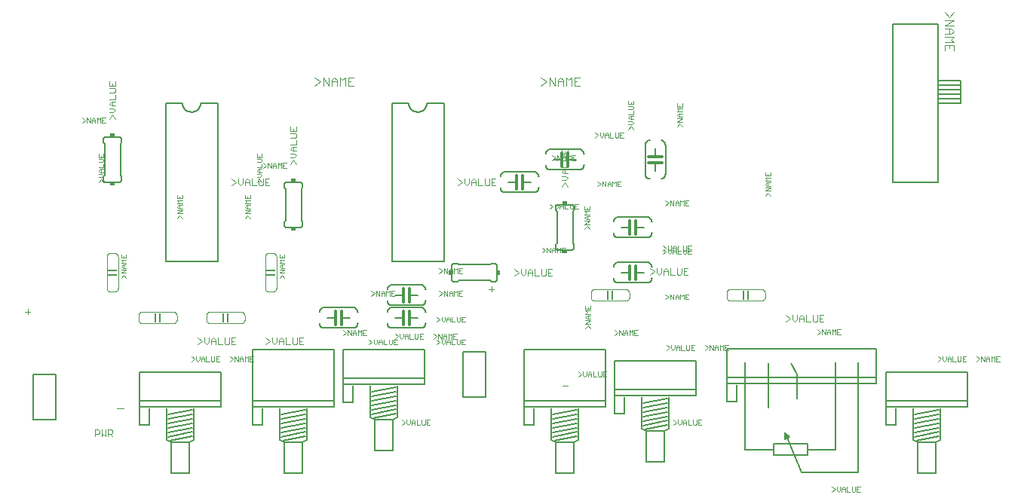
<source format=gto>
G75*
%MOIN*%
%OFA0B0*%
%FSLAX25Y25*%
%IPPOS*%
%LPD*%
%AMOC8*
5,1,8,0,0,1.08239X$1,22.5*
%
%ADD10C,0.00600*%
%ADD11C,0.01200*%
%ADD12C,0.00200*%
%ADD13C,0.00400*%
%ADD14C,0.00300*%
%ADD15R,0.01000X0.04000*%
%ADD16R,0.04000X0.01000*%
%ADD17C,0.00800*%
%ADD18R,0.01500X0.02000*%
%ADD19R,0.02000X0.01500*%
%ADD20C,0.00500*%
D10*
X0157419Y0078035D02*
X0170419Y0078035D01*
X0170506Y0078037D01*
X0170593Y0078043D01*
X0170680Y0078052D01*
X0170766Y0078065D01*
X0170852Y0078082D01*
X0170937Y0078103D01*
X0171020Y0078128D01*
X0171103Y0078156D01*
X0171184Y0078187D01*
X0171264Y0078222D01*
X0171342Y0078261D01*
X0171419Y0078303D01*
X0171494Y0078348D01*
X0171566Y0078397D01*
X0171637Y0078448D01*
X0171705Y0078503D01*
X0171770Y0078560D01*
X0171833Y0078621D01*
X0171894Y0078684D01*
X0171951Y0078749D01*
X0172006Y0078817D01*
X0172057Y0078888D01*
X0172106Y0078960D01*
X0172151Y0079035D01*
X0172193Y0079112D01*
X0172232Y0079190D01*
X0172267Y0079270D01*
X0172298Y0079351D01*
X0172326Y0079434D01*
X0172351Y0079517D01*
X0172372Y0079602D01*
X0172389Y0079688D01*
X0172402Y0079774D01*
X0172411Y0079861D01*
X0172417Y0079948D01*
X0172419Y0080035D01*
X0168919Y0082535D02*
X0165219Y0082535D01*
X0162719Y0082535D02*
X0158919Y0082535D01*
X0155419Y0080035D02*
X0155421Y0079948D01*
X0155427Y0079861D01*
X0155436Y0079774D01*
X0155449Y0079688D01*
X0155466Y0079602D01*
X0155487Y0079517D01*
X0155512Y0079434D01*
X0155540Y0079351D01*
X0155571Y0079270D01*
X0155606Y0079190D01*
X0155645Y0079112D01*
X0155687Y0079035D01*
X0155732Y0078960D01*
X0155781Y0078888D01*
X0155832Y0078817D01*
X0155887Y0078749D01*
X0155944Y0078684D01*
X0156005Y0078621D01*
X0156068Y0078560D01*
X0156133Y0078503D01*
X0156201Y0078448D01*
X0156272Y0078397D01*
X0156344Y0078348D01*
X0156419Y0078303D01*
X0156496Y0078261D01*
X0156574Y0078222D01*
X0156654Y0078187D01*
X0156735Y0078156D01*
X0156818Y0078128D01*
X0156901Y0078103D01*
X0156986Y0078082D01*
X0157072Y0078065D01*
X0157158Y0078052D01*
X0157245Y0078043D01*
X0157332Y0078037D01*
X0157419Y0078035D01*
X0155419Y0085035D02*
X0155421Y0085122D01*
X0155427Y0085209D01*
X0155436Y0085296D01*
X0155449Y0085382D01*
X0155466Y0085468D01*
X0155487Y0085553D01*
X0155512Y0085636D01*
X0155540Y0085719D01*
X0155571Y0085800D01*
X0155606Y0085880D01*
X0155645Y0085958D01*
X0155687Y0086035D01*
X0155732Y0086110D01*
X0155781Y0086182D01*
X0155832Y0086253D01*
X0155887Y0086321D01*
X0155944Y0086386D01*
X0156005Y0086449D01*
X0156068Y0086510D01*
X0156133Y0086567D01*
X0156201Y0086622D01*
X0156272Y0086673D01*
X0156344Y0086722D01*
X0156419Y0086767D01*
X0156496Y0086809D01*
X0156574Y0086848D01*
X0156654Y0086883D01*
X0156735Y0086914D01*
X0156818Y0086942D01*
X0156901Y0086967D01*
X0156986Y0086988D01*
X0157072Y0087005D01*
X0157158Y0087018D01*
X0157245Y0087027D01*
X0157332Y0087033D01*
X0157419Y0087035D01*
X0170419Y0087035D01*
X0170506Y0087033D01*
X0170593Y0087027D01*
X0170680Y0087018D01*
X0170766Y0087005D01*
X0170852Y0086988D01*
X0170937Y0086967D01*
X0171020Y0086942D01*
X0171103Y0086914D01*
X0171184Y0086883D01*
X0171264Y0086848D01*
X0171342Y0086809D01*
X0171419Y0086767D01*
X0171494Y0086722D01*
X0171566Y0086673D01*
X0171637Y0086622D01*
X0171705Y0086567D01*
X0171770Y0086510D01*
X0171833Y0086449D01*
X0171894Y0086386D01*
X0171951Y0086321D01*
X0172006Y0086253D01*
X0172057Y0086182D01*
X0172106Y0086110D01*
X0172151Y0086035D01*
X0172193Y0085958D01*
X0172232Y0085880D01*
X0172267Y0085800D01*
X0172298Y0085719D01*
X0172326Y0085636D01*
X0172351Y0085553D01*
X0172372Y0085468D01*
X0172389Y0085382D01*
X0172402Y0085296D01*
X0172411Y0085209D01*
X0172417Y0085122D01*
X0172419Y0085035D01*
X0185419Y0085035D02*
X0185421Y0085122D01*
X0185427Y0085209D01*
X0185436Y0085296D01*
X0185449Y0085382D01*
X0185466Y0085468D01*
X0185487Y0085553D01*
X0185512Y0085636D01*
X0185540Y0085719D01*
X0185571Y0085800D01*
X0185606Y0085880D01*
X0185645Y0085958D01*
X0185687Y0086035D01*
X0185732Y0086110D01*
X0185781Y0086182D01*
X0185832Y0086253D01*
X0185887Y0086321D01*
X0185944Y0086386D01*
X0186005Y0086449D01*
X0186068Y0086510D01*
X0186133Y0086567D01*
X0186201Y0086622D01*
X0186272Y0086673D01*
X0186344Y0086722D01*
X0186419Y0086767D01*
X0186496Y0086809D01*
X0186574Y0086848D01*
X0186654Y0086883D01*
X0186735Y0086914D01*
X0186818Y0086942D01*
X0186901Y0086967D01*
X0186986Y0086988D01*
X0187072Y0087005D01*
X0187158Y0087018D01*
X0187245Y0087027D01*
X0187332Y0087033D01*
X0187419Y0087035D01*
X0200419Y0087035D01*
X0200419Y0088035D02*
X0187419Y0088035D01*
X0187332Y0088037D01*
X0187245Y0088043D01*
X0187158Y0088052D01*
X0187072Y0088065D01*
X0186986Y0088082D01*
X0186901Y0088103D01*
X0186818Y0088128D01*
X0186735Y0088156D01*
X0186654Y0088187D01*
X0186574Y0088222D01*
X0186496Y0088261D01*
X0186419Y0088303D01*
X0186344Y0088348D01*
X0186272Y0088397D01*
X0186201Y0088448D01*
X0186133Y0088503D01*
X0186068Y0088560D01*
X0186005Y0088621D01*
X0185944Y0088684D01*
X0185887Y0088749D01*
X0185832Y0088817D01*
X0185781Y0088888D01*
X0185732Y0088960D01*
X0185687Y0089035D01*
X0185645Y0089112D01*
X0185606Y0089190D01*
X0185571Y0089270D01*
X0185540Y0089351D01*
X0185512Y0089434D01*
X0185487Y0089517D01*
X0185466Y0089602D01*
X0185449Y0089688D01*
X0185436Y0089774D01*
X0185427Y0089861D01*
X0185421Y0089948D01*
X0185419Y0090035D01*
X0188919Y0092535D02*
X0192719Y0092535D01*
X0195219Y0092535D02*
X0198919Y0092535D01*
X0202419Y0090035D02*
X0202417Y0089948D01*
X0202411Y0089861D01*
X0202402Y0089774D01*
X0202389Y0089688D01*
X0202372Y0089602D01*
X0202351Y0089517D01*
X0202326Y0089434D01*
X0202298Y0089351D01*
X0202267Y0089270D01*
X0202232Y0089190D01*
X0202193Y0089112D01*
X0202151Y0089035D01*
X0202106Y0088960D01*
X0202057Y0088888D01*
X0202006Y0088817D01*
X0201951Y0088749D01*
X0201894Y0088684D01*
X0201833Y0088621D01*
X0201770Y0088560D01*
X0201705Y0088503D01*
X0201637Y0088448D01*
X0201566Y0088397D01*
X0201494Y0088348D01*
X0201419Y0088303D01*
X0201342Y0088261D01*
X0201264Y0088222D01*
X0201184Y0088187D01*
X0201103Y0088156D01*
X0201020Y0088128D01*
X0200937Y0088103D01*
X0200852Y0088082D01*
X0200766Y0088065D01*
X0200680Y0088052D01*
X0200593Y0088043D01*
X0200506Y0088037D01*
X0200419Y0088035D01*
X0200419Y0087035D02*
X0200506Y0087033D01*
X0200593Y0087027D01*
X0200680Y0087018D01*
X0200766Y0087005D01*
X0200852Y0086988D01*
X0200937Y0086967D01*
X0201020Y0086942D01*
X0201103Y0086914D01*
X0201184Y0086883D01*
X0201264Y0086848D01*
X0201342Y0086809D01*
X0201419Y0086767D01*
X0201494Y0086722D01*
X0201566Y0086673D01*
X0201637Y0086622D01*
X0201705Y0086567D01*
X0201770Y0086510D01*
X0201833Y0086449D01*
X0201894Y0086386D01*
X0201951Y0086321D01*
X0202006Y0086253D01*
X0202057Y0086182D01*
X0202106Y0086110D01*
X0202151Y0086035D01*
X0202193Y0085958D01*
X0202232Y0085880D01*
X0202267Y0085800D01*
X0202298Y0085719D01*
X0202326Y0085636D01*
X0202351Y0085553D01*
X0202372Y0085468D01*
X0202389Y0085382D01*
X0202402Y0085296D01*
X0202411Y0085209D01*
X0202417Y0085122D01*
X0202419Y0085035D01*
X0198919Y0082535D02*
X0195219Y0082535D01*
X0192719Y0082535D02*
X0188919Y0082535D01*
X0185419Y0080035D02*
X0185421Y0079948D01*
X0185427Y0079861D01*
X0185436Y0079774D01*
X0185449Y0079688D01*
X0185466Y0079602D01*
X0185487Y0079517D01*
X0185512Y0079434D01*
X0185540Y0079351D01*
X0185571Y0079270D01*
X0185606Y0079190D01*
X0185645Y0079112D01*
X0185687Y0079035D01*
X0185732Y0078960D01*
X0185781Y0078888D01*
X0185832Y0078817D01*
X0185887Y0078749D01*
X0185944Y0078684D01*
X0186005Y0078621D01*
X0186068Y0078560D01*
X0186133Y0078503D01*
X0186201Y0078448D01*
X0186272Y0078397D01*
X0186344Y0078348D01*
X0186419Y0078303D01*
X0186496Y0078261D01*
X0186574Y0078222D01*
X0186654Y0078187D01*
X0186735Y0078156D01*
X0186818Y0078128D01*
X0186901Y0078103D01*
X0186986Y0078082D01*
X0187072Y0078065D01*
X0187158Y0078052D01*
X0187245Y0078043D01*
X0187332Y0078037D01*
X0187419Y0078035D01*
X0200419Y0078035D01*
X0200506Y0078037D01*
X0200593Y0078043D01*
X0200680Y0078052D01*
X0200766Y0078065D01*
X0200852Y0078082D01*
X0200937Y0078103D01*
X0201020Y0078128D01*
X0201103Y0078156D01*
X0201184Y0078187D01*
X0201264Y0078222D01*
X0201342Y0078261D01*
X0201419Y0078303D01*
X0201494Y0078348D01*
X0201566Y0078397D01*
X0201637Y0078448D01*
X0201705Y0078503D01*
X0201770Y0078560D01*
X0201833Y0078621D01*
X0201894Y0078684D01*
X0201951Y0078749D01*
X0202006Y0078817D01*
X0202057Y0078888D01*
X0202106Y0078960D01*
X0202151Y0079035D01*
X0202193Y0079112D01*
X0202232Y0079190D01*
X0202267Y0079270D01*
X0202298Y0079351D01*
X0202326Y0079434D01*
X0202351Y0079517D01*
X0202372Y0079602D01*
X0202389Y0079688D01*
X0202402Y0079774D01*
X0202411Y0079861D01*
X0202417Y0079948D01*
X0202419Y0080035D01*
X0202419Y0095035D02*
X0202417Y0095122D01*
X0202411Y0095209D01*
X0202402Y0095296D01*
X0202389Y0095382D01*
X0202372Y0095468D01*
X0202351Y0095553D01*
X0202326Y0095636D01*
X0202298Y0095719D01*
X0202267Y0095800D01*
X0202232Y0095880D01*
X0202193Y0095958D01*
X0202151Y0096035D01*
X0202106Y0096110D01*
X0202057Y0096182D01*
X0202006Y0096253D01*
X0201951Y0096321D01*
X0201894Y0096386D01*
X0201833Y0096449D01*
X0201770Y0096510D01*
X0201705Y0096567D01*
X0201637Y0096622D01*
X0201566Y0096673D01*
X0201494Y0096722D01*
X0201419Y0096767D01*
X0201342Y0096809D01*
X0201264Y0096848D01*
X0201184Y0096883D01*
X0201103Y0096914D01*
X0201020Y0096942D01*
X0200937Y0096967D01*
X0200852Y0096988D01*
X0200766Y0097005D01*
X0200680Y0097018D01*
X0200593Y0097027D01*
X0200506Y0097033D01*
X0200419Y0097035D01*
X0187419Y0097035D01*
X0187332Y0097033D01*
X0187245Y0097027D01*
X0187158Y0097018D01*
X0187072Y0097005D01*
X0186986Y0096988D01*
X0186901Y0096967D01*
X0186818Y0096942D01*
X0186735Y0096914D01*
X0186654Y0096883D01*
X0186574Y0096848D01*
X0186496Y0096809D01*
X0186419Y0096767D01*
X0186344Y0096722D01*
X0186272Y0096673D01*
X0186201Y0096622D01*
X0186133Y0096567D01*
X0186068Y0096510D01*
X0186005Y0096449D01*
X0185944Y0096386D01*
X0185887Y0096321D01*
X0185832Y0096253D01*
X0185781Y0096182D01*
X0185732Y0096110D01*
X0185687Y0096035D01*
X0185645Y0095958D01*
X0185606Y0095880D01*
X0185571Y0095800D01*
X0185540Y0095719D01*
X0185512Y0095636D01*
X0185487Y0095553D01*
X0185466Y0095468D01*
X0185449Y0095382D01*
X0185436Y0095296D01*
X0185427Y0095209D01*
X0185421Y0095122D01*
X0185419Y0095035D01*
X0187419Y0107535D02*
X0210419Y0107535D01*
X0210419Y0177535D01*
X0202919Y0177535D01*
X0202917Y0177409D01*
X0202911Y0177284D01*
X0202901Y0177159D01*
X0202887Y0177034D01*
X0202870Y0176909D01*
X0202848Y0176785D01*
X0202823Y0176662D01*
X0202793Y0176540D01*
X0202760Y0176419D01*
X0202723Y0176299D01*
X0202683Y0176180D01*
X0202638Y0176063D01*
X0202590Y0175946D01*
X0202538Y0175832D01*
X0202483Y0175719D01*
X0202424Y0175608D01*
X0202362Y0175499D01*
X0202296Y0175392D01*
X0202227Y0175287D01*
X0202155Y0175184D01*
X0202080Y0175083D01*
X0202001Y0174985D01*
X0201919Y0174890D01*
X0201835Y0174797D01*
X0201747Y0174707D01*
X0201657Y0174619D01*
X0201564Y0174535D01*
X0201469Y0174453D01*
X0201371Y0174374D01*
X0201270Y0174299D01*
X0201167Y0174227D01*
X0201062Y0174158D01*
X0200955Y0174092D01*
X0200846Y0174030D01*
X0200735Y0173971D01*
X0200622Y0173916D01*
X0200508Y0173864D01*
X0200391Y0173816D01*
X0200274Y0173771D01*
X0200155Y0173731D01*
X0200035Y0173694D01*
X0199914Y0173661D01*
X0199792Y0173631D01*
X0199669Y0173606D01*
X0199545Y0173584D01*
X0199420Y0173567D01*
X0199295Y0173553D01*
X0199170Y0173543D01*
X0199045Y0173537D01*
X0198919Y0173535D01*
X0198793Y0173537D01*
X0198668Y0173543D01*
X0198543Y0173553D01*
X0198418Y0173567D01*
X0198293Y0173584D01*
X0198169Y0173606D01*
X0198046Y0173631D01*
X0197924Y0173661D01*
X0197803Y0173694D01*
X0197683Y0173731D01*
X0197564Y0173771D01*
X0197447Y0173816D01*
X0197330Y0173864D01*
X0197216Y0173916D01*
X0197103Y0173971D01*
X0196992Y0174030D01*
X0196883Y0174092D01*
X0196776Y0174158D01*
X0196671Y0174227D01*
X0196568Y0174299D01*
X0196467Y0174374D01*
X0196369Y0174453D01*
X0196274Y0174535D01*
X0196181Y0174619D01*
X0196091Y0174707D01*
X0196003Y0174797D01*
X0195919Y0174890D01*
X0195837Y0174985D01*
X0195758Y0175083D01*
X0195683Y0175184D01*
X0195611Y0175287D01*
X0195542Y0175392D01*
X0195476Y0175499D01*
X0195414Y0175608D01*
X0195355Y0175719D01*
X0195300Y0175832D01*
X0195248Y0175946D01*
X0195200Y0176063D01*
X0195155Y0176180D01*
X0195115Y0176299D01*
X0195078Y0176419D01*
X0195045Y0176540D01*
X0195015Y0176662D01*
X0194990Y0176785D01*
X0194968Y0176909D01*
X0194951Y0177034D01*
X0194937Y0177159D01*
X0194927Y0177284D01*
X0194921Y0177409D01*
X0194919Y0177535D01*
X0187419Y0177535D01*
X0187419Y0107535D01*
X0213919Y0105535D02*
X0213919Y0099535D01*
X0213921Y0099475D01*
X0213926Y0099414D01*
X0213935Y0099355D01*
X0213948Y0099296D01*
X0213964Y0099237D01*
X0213984Y0099180D01*
X0214007Y0099125D01*
X0214034Y0099070D01*
X0214063Y0099018D01*
X0214096Y0098967D01*
X0214132Y0098918D01*
X0214170Y0098872D01*
X0214212Y0098828D01*
X0214256Y0098786D01*
X0214302Y0098748D01*
X0214351Y0098712D01*
X0214402Y0098679D01*
X0214454Y0098650D01*
X0214509Y0098623D01*
X0214564Y0098600D01*
X0214621Y0098580D01*
X0214680Y0098564D01*
X0214739Y0098551D01*
X0214798Y0098542D01*
X0214859Y0098537D01*
X0214919Y0098535D01*
X0216419Y0098535D01*
X0216919Y0099035D01*
X0230919Y0099035D01*
X0231419Y0098535D01*
X0232919Y0098535D01*
X0232979Y0098537D01*
X0233040Y0098542D01*
X0233099Y0098551D01*
X0233158Y0098564D01*
X0233217Y0098580D01*
X0233274Y0098600D01*
X0233329Y0098623D01*
X0233384Y0098650D01*
X0233436Y0098679D01*
X0233487Y0098712D01*
X0233536Y0098748D01*
X0233582Y0098786D01*
X0233626Y0098828D01*
X0233668Y0098872D01*
X0233706Y0098918D01*
X0233742Y0098967D01*
X0233775Y0099018D01*
X0233804Y0099070D01*
X0233831Y0099125D01*
X0233854Y0099180D01*
X0233874Y0099237D01*
X0233890Y0099296D01*
X0233903Y0099355D01*
X0233912Y0099414D01*
X0233917Y0099475D01*
X0233919Y0099535D01*
X0233919Y0105535D01*
X0233917Y0105595D01*
X0233912Y0105656D01*
X0233903Y0105715D01*
X0233890Y0105774D01*
X0233874Y0105833D01*
X0233854Y0105890D01*
X0233831Y0105945D01*
X0233804Y0106000D01*
X0233775Y0106052D01*
X0233742Y0106103D01*
X0233706Y0106152D01*
X0233668Y0106198D01*
X0233626Y0106242D01*
X0233582Y0106284D01*
X0233536Y0106322D01*
X0233487Y0106358D01*
X0233436Y0106391D01*
X0233384Y0106420D01*
X0233329Y0106447D01*
X0233274Y0106470D01*
X0233217Y0106490D01*
X0233158Y0106506D01*
X0233099Y0106519D01*
X0233040Y0106528D01*
X0232979Y0106533D01*
X0232919Y0106535D01*
X0231419Y0106535D01*
X0230919Y0106035D01*
X0216919Y0106035D01*
X0216419Y0106535D01*
X0214919Y0106535D01*
X0214859Y0106533D01*
X0214798Y0106528D01*
X0214739Y0106519D01*
X0214680Y0106506D01*
X0214621Y0106490D01*
X0214564Y0106470D01*
X0214509Y0106447D01*
X0214454Y0106420D01*
X0214402Y0106391D01*
X0214351Y0106358D01*
X0214302Y0106322D01*
X0214256Y0106284D01*
X0214212Y0106242D01*
X0214170Y0106198D01*
X0214132Y0106152D01*
X0214096Y0106103D01*
X0214063Y0106052D01*
X0214034Y0106000D01*
X0214007Y0105945D01*
X0213984Y0105890D01*
X0213964Y0105833D01*
X0213948Y0105774D01*
X0213935Y0105715D01*
X0213926Y0105656D01*
X0213921Y0105595D01*
X0213919Y0105535D01*
X0213921Y0105595D01*
X0213926Y0105656D01*
X0213935Y0105715D01*
X0213948Y0105774D01*
X0213964Y0105833D01*
X0213984Y0105890D01*
X0214007Y0105945D01*
X0214034Y0106000D01*
X0214063Y0106052D01*
X0214096Y0106103D01*
X0214132Y0106152D01*
X0214170Y0106198D01*
X0214212Y0106242D01*
X0214256Y0106284D01*
X0214302Y0106322D01*
X0214351Y0106358D01*
X0214402Y0106391D01*
X0214454Y0106420D01*
X0214509Y0106447D01*
X0214564Y0106470D01*
X0214621Y0106490D01*
X0214680Y0106506D01*
X0214739Y0106519D01*
X0214798Y0106528D01*
X0214859Y0106533D01*
X0214919Y0106535D01*
X0213919Y0099535D02*
X0213921Y0099475D01*
X0213926Y0099414D01*
X0213935Y0099355D01*
X0213948Y0099296D01*
X0213964Y0099237D01*
X0213984Y0099180D01*
X0214007Y0099125D01*
X0214034Y0099070D01*
X0214063Y0099018D01*
X0214096Y0098967D01*
X0214132Y0098918D01*
X0214170Y0098872D01*
X0214212Y0098828D01*
X0214256Y0098786D01*
X0214302Y0098748D01*
X0214351Y0098712D01*
X0214402Y0098679D01*
X0214454Y0098650D01*
X0214509Y0098623D01*
X0214564Y0098600D01*
X0214621Y0098580D01*
X0214680Y0098564D01*
X0214739Y0098551D01*
X0214798Y0098542D01*
X0214859Y0098537D01*
X0214919Y0098535D01*
X0232919Y0098535D02*
X0232979Y0098537D01*
X0233040Y0098542D01*
X0233099Y0098551D01*
X0233158Y0098564D01*
X0233217Y0098580D01*
X0233274Y0098600D01*
X0233329Y0098623D01*
X0233384Y0098650D01*
X0233436Y0098679D01*
X0233487Y0098712D01*
X0233536Y0098748D01*
X0233582Y0098786D01*
X0233626Y0098828D01*
X0233668Y0098872D01*
X0233706Y0098918D01*
X0233742Y0098967D01*
X0233775Y0099018D01*
X0233804Y0099070D01*
X0233831Y0099125D01*
X0233854Y0099180D01*
X0233874Y0099237D01*
X0233890Y0099296D01*
X0233903Y0099355D01*
X0233912Y0099414D01*
X0233917Y0099475D01*
X0233919Y0099535D01*
X0233919Y0105535D02*
X0233917Y0105595D01*
X0233912Y0105656D01*
X0233903Y0105715D01*
X0233890Y0105774D01*
X0233874Y0105833D01*
X0233854Y0105890D01*
X0233831Y0105945D01*
X0233804Y0106000D01*
X0233775Y0106052D01*
X0233742Y0106103D01*
X0233706Y0106152D01*
X0233668Y0106198D01*
X0233626Y0106242D01*
X0233582Y0106284D01*
X0233536Y0106322D01*
X0233487Y0106358D01*
X0233436Y0106391D01*
X0233384Y0106420D01*
X0233329Y0106447D01*
X0233274Y0106470D01*
X0233217Y0106490D01*
X0233158Y0106506D01*
X0233099Y0106519D01*
X0233040Y0106528D01*
X0232979Y0106533D01*
X0232919Y0106535D01*
X0259919Y0113535D02*
X0259919Y0115035D01*
X0260419Y0115535D01*
X0260419Y0129535D01*
X0259919Y0130035D01*
X0259919Y0131535D01*
X0259921Y0131595D01*
X0259926Y0131656D01*
X0259935Y0131715D01*
X0259948Y0131774D01*
X0259964Y0131833D01*
X0259984Y0131890D01*
X0260007Y0131945D01*
X0260034Y0132000D01*
X0260063Y0132052D01*
X0260096Y0132103D01*
X0260132Y0132152D01*
X0260170Y0132198D01*
X0260212Y0132242D01*
X0260256Y0132284D01*
X0260302Y0132322D01*
X0260351Y0132358D01*
X0260402Y0132391D01*
X0260454Y0132420D01*
X0260509Y0132447D01*
X0260564Y0132470D01*
X0260621Y0132490D01*
X0260680Y0132506D01*
X0260739Y0132519D01*
X0260798Y0132528D01*
X0260859Y0132533D01*
X0260919Y0132535D01*
X0266919Y0132535D01*
X0266979Y0132533D01*
X0267040Y0132528D01*
X0267099Y0132519D01*
X0267158Y0132506D01*
X0267217Y0132490D01*
X0267274Y0132470D01*
X0267329Y0132447D01*
X0267384Y0132420D01*
X0267436Y0132391D01*
X0267487Y0132358D01*
X0267536Y0132322D01*
X0267582Y0132284D01*
X0267626Y0132242D01*
X0267668Y0132198D01*
X0267706Y0132152D01*
X0267742Y0132103D01*
X0267775Y0132052D01*
X0267804Y0132000D01*
X0267831Y0131945D01*
X0267854Y0131890D01*
X0267874Y0131833D01*
X0267890Y0131774D01*
X0267903Y0131715D01*
X0267912Y0131656D01*
X0267917Y0131595D01*
X0267919Y0131535D01*
X0267919Y0130035D01*
X0267419Y0129535D01*
X0267419Y0115535D01*
X0267919Y0115035D01*
X0267919Y0113535D01*
X0267917Y0113475D01*
X0267912Y0113414D01*
X0267903Y0113355D01*
X0267890Y0113296D01*
X0267874Y0113237D01*
X0267854Y0113180D01*
X0267831Y0113125D01*
X0267804Y0113070D01*
X0267775Y0113018D01*
X0267742Y0112967D01*
X0267706Y0112918D01*
X0267668Y0112872D01*
X0267626Y0112828D01*
X0267582Y0112786D01*
X0267536Y0112748D01*
X0267487Y0112712D01*
X0267436Y0112679D01*
X0267384Y0112650D01*
X0267329Y0112623D01*
X0267274Y0112600D01*
X0267217Y0112580D01*
X0267158Y0112564D01*
X0267099Y0112551D01*
X0267040Y0112542D01*
X0266979Y0112537D01*
X0266919Y0112535D01*
X0260919Y0112535D01*
X0260859Y0112537D01*
X0260798Y0112542D01*
X0260739Y0112551D01*
X0260680Y0112564D01*
X0260621Y0112580D01*
X0260564Y0112600D01*
X0260509Y0112623D01*
X0260454Y0112650D01*
X0260402Y0112679D01*
X0260351Y0112712D01*
X0260302Y0112748D01*
X0260256Y0112786D01*
X0260212Y0112828D01*
X0260170Y0112872D01*
X0260132Y0112918D01*
X0260096Y0112967D01*
X0260063Y0113018D01*
X0260034Y0113070D01*
X0260007Y0113125D01*
X0259984Y0113180D01*
X0259964Y0113237D01*
X0259948Y0113296D01*
X0259935Y0113355D01*
X0259926Y0113414D01*
X0259921Y0113475D01*
X0259919Y0113535D01*
X0259921Y0113475D01*
X0259926Y0113414D01*
X0259935Y0113355D01*
X0259948Y0113296D01*
X0259964Y0113237D01*
X0259984Y0113180D01*
X0260007Y0113125D01*
X0260034Y0113070D01*
X0260063Y0113018D01*
X0260096Y0112967D01*
X0260132Y0112918D01*
X0260170Y0112872D01*
X0260212Y0112828D01*
X0260256Y0112786D01*
X0260302Y0112748D01*
X0260351Y0112712D01*
X0260402Y0112679D01*
X0260454Y0112650D01*
X0260509Y0112623D01*
X0260564Y0112600D01*
X0260621Y0112580D01*
X0260680Y0112564D01*
X0260739Y0112551D01*
X0260798Y0112542D01*
X0260859Y0112537D01*
X0260919Y0112535D01*
X0266919Y0112535D02*
X0266979Y0112537D01*
X0267040Y0112542D01*
X0267099Y0112551D01*
X0267158Y0112564D01*
X0267217Y0112580D01*
X0267274Y0112600D01*
X0267329Y0112623D01*
X0267384Y0112650D01*
X0267436Y0112679D01*
X0267487Y0112712D01*
X0267536Y0112748D01*
X0267582Y0112786D01*
X0267626Y0112828D01*
X0267668Y0112872D01*
X0267706Y0112918D01*
X0267742Y0112967D01*
X0267775Y0113018D01*
X0267804Y0113070D01*
X0267831Y0113125D01*
X0267854Y0113180D01*
X0267874Y0113237D01*
X0267890Y0113296D01*
X0267903Y0113355D01*
X0267912Y0113414D01*
X0267917Y0113475D01*
X0267919Y0113535D01*
X0287419Y0118035D02*
X0300419Y0118035D01*
X0300506Y0118037D01*
X0300593Y0118043D01*
X0300680Y0118052D01*
X0300766Y0118065D01*
X0300852Y0118082D01*
X0300937Y0118103D01*
X0301020Y0118128D01*
X0301103Y0118156D01*
X0301184Y0118187D01*
X0301264Y0118222D01*
X0301342Y0118261D01*
X0301419Y0118303D01*
X0301494Y0118348D01*
X0301566Y0118397D01*
X0301637Y0118448D01*
X0301705Y0118503D01*
X0301770Y0118560D01*
X0301833Y0118621D01*
X0301894Y0118684D01*
X0301951Y0118749D01*
X0302006Y0118817D01*
X0302057Y0118888D01*
X0302106Y0118960D01*
X0302151Y0119035D01*
X0302193Y0119112D01*
X0302232Y0119190D01*
X0302267Y0119270D01*
X0302298Y0119351D01*
X0302326Y0119434D01*
X0302351Y0119517D01*
X0302372Y0119602D01*
X0302389Y0119688D01*
X0302402Y0119774D01*
X0302411Y0119861D01*
X0302417Y0119948D01*
X0302419Y0120035D01*
X0298919Y0122535D02*
X0295219Y0122535D01*
X0292719Y0122535D02*
X0288919Y0122535D01*
X0285419Y0120035D02*
X0285421Y0119948D01*
X0285427Y0119861D01*
X0285436Y0119774D01*
X0285449Y0119688D01*
X0285466Y0119602D01*
X0285487Y0119517D01*
X0285512Y0119434D01*
X0285540Y0119351D01*
X0285571Y0119270D01*
X0285606Y0119190D01*
X0285645Y0119112D01*
X0285687Y0119035D01*
X0285732Y0118960D01*
X0285781Y0118888D01*
X0285832Y0118817D01*
X0285887Y0118749D01*
X0285944Y0118684D01*
X0286005Y0118621D01*
X0286068Y0118560D01*
X0286133Y0118503D01*
X0286201Y0118448D01*
X0286272Y0118397D01*
X0286344Y0118348D01*
X0286419Y0118303D01*
X0286496Y0118261D01*
X0286574Y0118222D01*
X0286654Y0118187D01*
X0286735Y0118156D01*
X0286818Y0118128D01*
X0286901Y0118103D01*
X0286986Y0118082D01*
X0287072Y0118065D01*
X0287158Y0118052D01*
X0287245Y0118043D01*
X0287332Y0118037D01*
X0287419Y0118035D01*
X0285419Y0125035D02*
X0285421Y0125122D01*
X0285427Y0125209D01*
X0285436Y0125296D01*
X0285449Y0125382D01*
X0285466Y0125468D01*
X0285487Y0125553D01*
X0285512Y0125636D01*
X0285540Y0125719D01*
X0285571Y0125800D01*
X0285606Y0125880D01*
X0285645Y0125958D01*
X0285687Y0126035D01*
X0285732Y0126110D01*
X0285781Y0126182D01*
X0285832Y0126253D01*
X0285887Y0126321D01*
X0285944Y0126386D01*
X0286005Y0126449D01*
X0286068Y0126510D01*
X0286133Y0126567D01*
X0286201Y0126622D01*
X0286272Y0126673D01*
X0286344Y0126722D01*
X0286419Y0126767D01*
X0286496Y0126809D01*
X0286574Y0126848D01*
X0286654Y0126883D01*
X0286735Y0126914D01*
X0286818Y0126942D01*
X0286901Y0126967D01*
X0286986Y0126988D01*
X0287072Y0127005D01*
X0287158Y0127018D01*
X0287245Y0127027D01*
X0287332Y0127033D01*
X0287419Y0127035D01*
X0300419Y0127035D01*
X0300506Y0127033D01*
X0300593Y0127027D01*
X0300680Y0127018D01*
X0300766Y0127005D01*
X0300852Y0126988D01*
X0300937Y0126967D01*
X0301020Y0126942D01*
X0301103Y0126914D01*
X0301184Y0126883D01*
X0301264Y0126848D01*
X0301342Y0126809D01*
X0301419Y0126767D01*
X0301494Y0126722D01*
X0301566Y0126673D01*
X0301637Y0126622D01*
X0301705Y0126567D01*
X0301770Y0126510D01*
X0301833Y0126449D01*
X0301894Y0126386D01*
X0301951Y0126321D01*
X0302006Y0126253D01*
X0302057Y0126182D01*
X0302106Y0126110D01*
X0302151Y0126035D01*
X0302193Y0125958D01*
X0302232Y0125880D01*
X0302267Y0125800D01*
X0302298Y0125719D01*
X0302326Y0125636D01*
X0302351Y0125553D01*
X0302372Y0125468D01*
X0302389Y0125382D01*
X0302402Y0125296D01*
X0302411Y0125209D01*
X0302417Y0125122D01*
X0302419Y0125035D01*
X0300419Y0107035D02*
X0287419Y0107035D01*
X0287332Y0107033D01*
X0287245Y0107027D01*
X0287158Y0107018D01*
X0287072Y0107005D01*
X0286986Y0106988D01*
X0286901Y0106967D01*
X0286818Y0106942D01*
X0286735Y0106914D01*
X0286654Y0106883D01*
X0286574Y0106848D01*
X0286496Y0106809D01*
X0286419Y0106767D01*
X0286344Y0106722D01*
X0286272Y0106673D01*
X0286201Y0106622D01*
X0286133Y0106567D01*
X0286068Y0106510D01*
X0286005Y0106449D01*
X0285944Y0106386D01*
X0285887Y0106321D01*
X0285832Y0106253D01*
X0285781Y0106182D01*
X0285732Y0106110D01*
X0285687Y0106035D01*
X0285645Y0105958D01*
X0285606Y0105880D01*
X0285571Y0105800D01*
X0285540Y0105719D01*
X0285512Y0105636D01*
X0285487Y0105553D01*
X0285466Y0105468D01*
X0285449Y0105382D01*
X0285436Y0105296D01*
X0285427Y0105209D01*
X0285421Y0105122D01*
X0285419Y0105035D01*
X0288919Y0102535D02*
X0292619Y0102535D01*
X0295119Y0102535D02*
X0298919Y0102535D01*
X0302419Y0100035D02*
X0302417Y0099948D01*
X0302411Y0099861D01*
X0302402Y0099774D01*
X0302389Y0099688D01*
X0302372Y0099602D01*
X0302351Y0099517D01*
X0302326Y0099434D01*
X0302298Y0099351D01*
X0302267Y0099270D01*
X0302232Y0099190D01*
X0302193Y0099112D01*
X0302151Y0099035D01*
X0302106Y0098960D01*
X0302057Y0098888D01*
X0302006Y0098817D01*
X0301951Y0098749D01*
X0301894Y0098684D01*
X0301833Y0098621D01*
X0301770Y0098560D01*
X0301705Y0098503D01*
X0301637Y0098448D01*
X0301566Y0098397D01*
X0301494Y0098348D01*
X0301419Y0098303D01*
X0301342Y0098261D01*
X0301264Y0098222D01*
X0301184Y0098187D01*
X0301103Y0098156D01*
X0301020Y0098128D01*
X0300937Y0098103D01*
X0300852Y0098082D01*
X0300766Y0098065D01*
X0300680Y0098052D01*
X0300593Y0098043D01*
X0300506Y0098037D01*
X0300419Y0098035D01*
X0287419Y0098035D01*
X0287332Y0098037D01*
X0287245Y0098043D01*
X0287158Y0098052D01*
X0287072Y0098065D01*
X0286986Y0098082D01*
X0286901Y0098103D01*
X0286818Y0098128D01*
X0286735Y0098156D01*
X0286654Y0098187D01*
X0286574Y0098222D01*
X0286496Y0098261D01*
X0286419Y0098303D01*
X0286344Y0098348D01*
X0286272Y0098397D01*
X0286201Y0098448D01*
X0286133Y0098503D01*
X0286068Y0098560D01*
X0286005Y0098621D01*
X0285944Y0098684D01*
X0285887Y0098749D01*
X0285832Y0098817D01*
X0285781Y0098888D01*
X0285732Y0098960D01*
X0285687Y0099035D01*
X0285645Y0099112D01*
X0285606Y0099190D01*
X0285571Y0099270D01*
X0285540Y0099351D01*
X0285512Y0099434D01*
X0285487Y0099517D01*
X0285466Y0099602D01*
X0285449Y0099688D01*
X0285436Y0099774D01*
X0285427Y0099861D01*
X0285421Y0099948D01*
X0285419Y0100035D01*
X0300419Y0107035D02*
X0300506Y0107033D01*
X0300593Y0107027D01*
X0300680Y0107018D01*
X0300766Y0107005D01*
X0300852Y0106988D01*
X0300937Y0106967D01*
X0301020Y0106942D01*
X0301103Y0106914D01*
X0301184Y0106883D01*
X0301264Y0106848D01*
X0301342Y0106809D01*
X0301419Y0106767D01*
X0301494Y0106722D01*
X0301566Y0106673D01*
X0301637Y0106622D01*
X0301705Y0106567D01*
X0301770Y0106510D01*
X0301833Y0106449D01*
X0301894Y0106386D01*
X0301951Y0106321D01*
X0302006Y0106253D01*
X0302057Y0106182D01*
X0302106Y0106110D01*
X0302151Y0106035D01*
X0302193Y0105958D01*
X0302232Y0105880D01*
X0302267Y0105800D01*
X0302298Y0105719D01*
X0302326Y0105636D01*
X0302351Y0105553D01*
X0302372Y0105468D01*
X0302389Y0105382D01*
X0302402Y0105296D01*
X0302411Y0105209D01*
X0302417Y0105122D01*
X0302419Y0105035D01*
X0267919Y0131535D02*
X0267917Y0131595D01*
X0267912Y0131656D01*
X0267903Y0131715D01*
X0267890Y0131774D01*
X0267874Y0131833D01*
X0267854Y0131890D01*
X0267831Y0131945D01*
X0267804Y0132000D01*
X0267775Y0132052D01*
X0267742Y0132103D01*
X0267706Y0132152D01*
X0267668Y0132198D01*
X0267626Y0132242D01*
X0267582Y0132284D01*
X0267536Y0132322D01*
X0267487Y0132358D01*
X0267436Y0132391D01*
X0267384Y0132420D01*
X0267329Y0132447D01*
X0267274Y0132470D01*
X0267217Y0132490D01*
X0267158Y0132506D01*
X0267099Y0132519D01*
X0267040Y0132528D01*
X0266979Y0132533D01*
X0266919Y0132535D01*
X0260919Y0132535D02*
X0260859Y0132533D01*
X0260798Y0132528D01*
X0260739Y0132519D01*
X0260680Y0132506D01*
X0260621Y0132490D01*
X0260564Y0132470D01*
X0260509Y0132447D01*
X0260454Y0132420D01*
X0260402Y0132391D01*
X0260351Y0132358D01*
X0260302Y0132322D01*
X0260256Y0132284D01*
X0260212Y0132242D01*
X0260170Y0132198D01*
X0260132Y0132152D01*
X0260096Y0132103D01*
X0260063Y0132052D01*
X0260034Y0132000D01*
X0260007Y0131945D01*
X0259984Y0131890D01*
X0259964Y0131833D01*
X0259948Y0131774D01*
X0259935Y0131715D01*
X0259926Y0131656D01*
X0259921Y0131595D01*
X0259919Y0131535D01*
X0250419Y0138035D02*
X0237419Y0138035D01*
X0237332Y0138037D01*
X0237245Y0138043D01*
X0237158Y0138052D01*
X0237072Y0138065D01*
X0236986Y0138082D01*
X0236901Y0138103D01*
X0236818Y0138128D01*
X0236735Y0138156D01*
X0236654Y0138187D01*
X0236574Y0138222D01*
X0236496Y0138261D01*
X0236419Y0138303D01*
X0236344Y0138348D01*
X0236272Y0138397D01*
X0236201Y0138448D01*
X0236133Y0138503D01*
X0236068Y0138560D01*
X0236005Y0138621D01*
X0235944Y0138684D01*
X0235887Y0138749D01*
X0235832Y0138817D01*
X0235781Y0138888D01*
X0235732Y0138960D01*
X0235687Y0139035D01*
X0235645Y0139112D01*
X0235606Y0139190D01*
X0235571Y0139270D01*
X0235540Y0139351D01*
X0235512Y0139434D01*
X0235487Y0139517D01*
X0235466Y0139602D01*
X0235449Y0139688D01*
X0235436Y0139774D01*
X0235427Y0139861D01*
X0235421Y0139948D01*
X0235419Y0140035D01*
X0238919Y0142535D02*
X0242719Y0142535D01*
X0245219Y0142535D02*
X0248919Y0142535D01*
X0252419Y0140035D02*
X0252417Y0139948D01*
X0252411Y0139861D01*
X0252402Y0139774D01*
X0252389Y0139688D01*
X0252372Y0139602D01*
X0252351Y0139517D01*
X0252326Y0139434D01*
X0252298Y0139351D01*
X0252267Y0139270D01*
X0252232Y0139190D01*
X0252193Y0139112D01*
X0252151Y0139035D01*
X0252106Y0138960D01*
X0252057Y0138888D01*
X0252006Y0138817D01*
X0251951Y0138749D01*
X0251894Y0138684D01*
X0251833Y0138621D01*
X0251770Y0138560D01*
X0251705Y0138503D01*
X0251637Y0138448D01*
X0251566Y0138397D01*
X0251494Y0138348D01*
X0251419Y0138303D01*
X0251342Y0138261D01*
X0251264Y0138222D01*
X0251184Y0138187D01*
X0251103Y0138156D01*
X0251020Y0138128D01*
X0250937Y0138103D01*
X0250852Y0138082D01*
X0250766Y0138065D01*
X0250680Y0138052D01*
X0250593Y0138043D01*
X0250506Y0138037D01*
X0250419Y0138035D01*
X0252419Y0145035D02*
X0252417Y0145122D01*
X0252411Y0145209D01*
X0252402Y0145296D01*
X0252389Y0145382D01*
X0252372Y0145468D01*
X0252351Y0145553D01*
X0252326Y0145636D01*
X0252298Y0145719D01*
X0252267Y0145800D01*
X0252232Y0145880D01*
X0252193Y0145958D01*
X0252151Y0146035D01*
X0252106Y0146110D01*
X0252057Y0146182D01*
X0252006Y0146253D01*
X0251951Y0146321D01*
X0251894Y0146386D01*
X0251833Y0146449D01*
X0251770Y0146510D01*
X0251705Y0146567D01*
X0251637Y0146622D01*
X0251566Y0146673D01*
X0251494Y0146722D01*
X0251419Y0146767D01*
X0251342Y0146809D01*
X0251264Y0146848D01*
X0251184Y0146883D01*
X0251103Y0146914D01*
X0251020Y0146942D01*
X0250937Y0146967D01*
X0250852Y0146988D01*
X0250766Y0147005D01*
X0250680Y0147018D01*
X0250593Y0147027D01*
X0250506Y0147033D01*
X0250419Y0147035D01*
X0237419Y0147035D01*
X0237332Y0147033D01*
X0237245Y0147027D01*
X0237158Y0147018D01*
X0237072Y0147005D01*
X0236986Y0146988D01*
X0236901Y0146967D01*
X0236818Y0146942D01*
X0236735Y0146914D01*
X0236654Y0146883D01*
X0236574Y0146848D01*
X0236496Y0146809D01*
X0236419Y0146767D01*
X0236344Y0146722D01*
X0236272Y0146673D01*
X0236201Y0146622D01*
X0236133Y0146567D01*
X0236068Y0146510D01*
X0236005Y0146449D01*
X0235944Y0146386D01*
X0235887Y0146321D01*
X0235832Y0146253D01*
X0235781Y0146182D01*
X0235732Y0146110D01*
X0235687Y0146035D01*
X0235645Y0145958D01*
X0235606Y0145880D01*
X0235571Y0145800D01*
X0235540Y0145719D01*
X0235512Y0145636D01*
X0235487Y0145553D01*
X0235466Y0145468D01*
X0235449Y0145382D01*
X0235436Y0145296D01*
X0235427Y0145209D01*
X0235421Y0145122D01*
X0235419Y0145035D01*
X0257419Y0148035D02*
X0270419Y0148035D01*
X0270506Y0148037D01*
X0270593Y0148043D01*
X0270680Y0148052D01*
X0270766Y0148065D01*
X0270852Y0148082D01*
X0270937Y0148103D01*
X0271020Y0148128D01*
X0271103Y0148156D01*
X0271184Y0148187D01*
X0271264Y0148222D01*
X0271342Y0148261D01*
X0271419Y0148303D01*
X0271494Y0148348D01*
X0271566Y0148397D01*
X0271637Y0148448D01*
X0271705Y0148503D01*
X0271770Y0148560D01*
X0271833Y0148621D01*
X0271894Y0148684D01*
X0271951Y0148749D01*
X0272006Y0148817D01*
X0272057Y0148888D01*
X0272106Y0148960D01*
X0272151Y0149035D01*
X0272193Y0149112D01*
X0272232Y0149190D01*
X0272267Y0149270D01*
X0272298Y0149351D01*
X0272326Y0149434D01*
X0272351Y0149517D01*
X0272372Y0149602D01*
X0272389Y0149688D01*
X0272402Y0149774D01*
X0272411Y0149861D01*
X0272417Y0149948D01*
X0272419Y0150035D01*
X0268919Y0152535D02*
X0265119Y0152535D01*
X0262619Y0152535D02*
X0258919Y0152535D01*
X0255419Y0150035D02*
X0255421Y0149948D01*
X0255427Y0149861D01*
X0255436Y0149774D01*
X0255449Y0149688D01*
X0255466Y0149602D01*
X0255487Y0149517D01*
X0255512Y0149434D01*
X0255540Y0149351D01*
X0255571Y0149270D01*
X0255606Y0149190D01*
X0255645Y0149112D01*
X0255687Y0149035D01*
X0255732Y0148960D01*
X0255781Y0148888D01*
X0255832Y0148817D01*
X0255887Y0148749D01*
X0255944Y0148684D01*
X0256005Y0148621D01*
X0256068Y0148560D01*
X0256133Y0148503D01*
X0256201Y0148448D01*
X0256272Y0148397D01*
X0256344Y0148348D01*
X0256419Y0148303D01*
X0256496Y0148261D01*
X0256574Y0148222D01*
X0256654Y0148187D01*
X0256735Y0148156D01*
X0256818Y0148128D01*
X0256901Y0148103D01*
X0256986Y0148082D01*
X0257072Y0148065D01*
X0257158Y0148052D01*
X0257245Y0148043D01*
X0257332Y0148037D01*
X0257419Y0148035D01*
X0255419Y0155035D02*
X0255421Y0155122D01*
X0255427Y0155209D01*
X0255436Y0155296D01*
X0255449Y0155382D01*
X0255466Y0155468D01*
X0255487Y0155553D01*
X0255512Y0155636D01*
X0255540Y0155719D01*
X0255571Y0155800D01*
X0255606Y0155880D01*
X0255645Y0155958D01*
X0255687Y0156035D01*
X0255732Y0156110D01*
X0255781Y0156182D01*
X0255832Y0156253D01*
X0255887Y0156321D01*
X0255944Y0156386D01*
X0256005Y0156449D01*
X0256068Y0156510D01*
X0256133Y0156567D01*
X0256201Y0156622D01*
X0256272Y0156673D01*
X0256344Y0156722D01*
X0256419Y0156767D01*
X0256496Y0156809D01*
X0256574Y0156848D01*
X0256654Y0156883D01*
X0256735Y0156914D01*
X0256818Y0156942D01*
X0256901Y0156967D01*
X0256986Y0156988D01*
X0257072Y0157005D01*
X0257158Y0157018D01*
X0257245Y0157027D01*
X0257332Y0157033D01*
X0257419Y0157035D01*
X0270419Y0157035D01*
X0270506Y0157033D01*
X0270593Y0157027D01*
X0270680Y0157018D01*
X0270766Y0157005D01*
X0270852Y0156988D01*
X0270937Y0156967D01*
X0271020Y0156942D01*
X0271103Y0156914D01*
X0271184Y0156883D01*
X0271264Y0156848D01*
X0271342Y0156809D01*
X0271419Y0156767D01*
X0271494Y0156722D01*
X0271566Y0156673D01*
X0271637Y0156622D01*
X0271705Y0156567D01*
X0271770Y0156510D01*
X0271833Y0156449D01*
X0271894Y0156386D01*
X0271951Y0156321D01*
X0272006Y0156253D01*
X0272057Y0156182D01*
X0272106Y0156110D01*
X0272151Y0156035D01*
X0272193Y0155958D01*
X0272232Y0155880D01*
X0272267Y0155800D01*
X0272298Y0155719D01*
X0272326Y0155636D01*
X0272351Y0155553D01*
X0272372Y0155468D01*
X0272389Y0155382D01*
X0272402Y0155296D01*
X0272411Y0155209D01*
X0272417Y0155122D01*
X0272419Y0155035D01*
X0299419Y0159035D02*
X0299419Y0146035D01*
X0299421Y0145948D01*
X0299427Y0145861D01*
X0299436Y0145774D01*
X0299449Y0145688D01*
X0299466Y0145602D01*
X0299487Y0145517D01*
X0299512Y0145434D01*
X0299540Y0145351D01*
X0299571Y0145270D01*
X0299606Y0145190D01*
X0299645Y0145112D01*
X0299687Y0145035D01*
X0299732Y0144960D01*
X0299781Y0144888D01*
X0299832Y0144817D01*
X0299887Y0144749D01*
X0299944Y0144684D01*
X0300005Y0144621D01*
X0300068Y0144560D01*
X0300133Y0144503D01*
X0300201Y0144448D01*
X0300272Y0144397D01*
X0300344Y0144348D01*
X0300419Y0144303D01*
X0300496Y0144261D01*
X0300574Y0144222D01*
X0300654Y0144187D01*
X0300735Y0144156D01*
X0300818Y0144128D01*
X0300901Y0144103D01*
X0300986Y0144082D01*
X0301072Y0144065D01*
X0301158Y0144052D01*
X0301245Y0144043D01*
X0301332Y0144037D01*
X0301419Y0144035D01*
X0303919Y0147535D02*
X0303919Y0151235D01*
X0303919Y0153735D02*
X0303919Y0157535D01*
X0301419Y0161035D02*
X0301332Y0161033D01*
X0301245Y0161027D01*
X0301158Y0161018D01*
X0301072Y0161005D01*
X0300986Y0160988D01*
X0300901Y0160967D01*
X0300818Y0160942D01*
X0300735Y0160914D01*
X0300654Y0160883D01*
X0300574Y0160848D01*
X0300496Y0160809D01*
X0300419Y0160767D01*
X0300344Y0160722D01*
X0300272Y0160673D01*
X0300201Y0160622D01*
X0300133Y0160567D01*
X0300068Y0160510D01*
X0300005Y0160449D01*
X0299944Y0160386D01*
X0299887Y0160321D01*
X0299832Y0160253D01*
X0299781Y0160182D01*
X0299732Y0160110D01*
X0299687Y0160035D01*
X0299645Y0159958D01*
X0299606Y0159880D01*
X0299571Y0159800D01*
X0299540Y0159719D01*
X0299512Y0159636D01*
X0299487Y0159553D01*
X0299466Y0159468D01*
X0299449Y0159382D01*
X0299436Y0159296D01*
X0299427Y0159209D01*
X0299421Y0159122D01*
X0299419Y0159035D01*
X0306419Y0161035D02*
X0306506Y0161033D01*
X0306593Y0161027D01*
X0306680Y0161018D01*
X0306766Y0161005D01*
X0306852Y0160988D01*
X0306937Y0160967D01*
X0307020Y0160942D01*
X0307103Y0160914D01*
X0307184Y0160883D01*
X0307264Y0160848D01*
X0307342Y0160809D01*
X0307419Y0160767D01*
X0307494Y0160722D01*
X0307566Y0160673D01*
X0307637Y0160622D01*
X0307705Y0160567D01*
X0307770Y0160510D01*
X0307833Y0160449D01*
X0307894Y0160386D01*
X0307951Y0160321D01*
X0308006Y0160253D01*
X0308057Y0160182D01*
X0308106Y0160110D01*
X0308151Y0160035D01*
X0308193Y0159958D01*
X0308232Y0159880D01*
X0308267Y0159800D01*
X0308298Y0159719D01*
X0308326Y0159636D01*
X0308351Y0159553D01*
X0308372Y0159468D01*
X0308389Y0159382D01*
X0308402Y0159296D01*
X0308411Y0159209D01*
X0308417Y0159122D01*
X0308419Y0159035D01*
X0308419Y0146035D01*
X0308417Y0145948D01*
X0308411Y0145861D01*
X0308402Y0145774D01*
X0308389Y0145688D01*
X0308372Y0145602D01*
X0308351Y0145517D01*
X0308326Y0145434D01*
X0308298Y0145351D01*
X0308267Y0145270D01*
X0308232Y0145190D01*
X0308193Y0145112D01*
X0308151Y0145035D01*
X0308106Y0144960D01*
X0308057Y0144888D01*
X0308006Y0144817D01*
X0307951Y0144749D01*
X0307894Y0144684D01*
X0307833Y0144621D01*
X0307770Y0144560D01*
X0307705Y0144503D01*
X0307637Y0144448D01*
X0307566Y0144397D01*
X0307494Y0144348D01*
X0307419Y0144303D01*
X0307342Y0144261D01*
X0307264Y0144222D01*
X0307184Y0144187D01*
X0307103Y0144156D01*
X0307020Y0144128D01*
X0306937Y0144103D01*
X0306852Y0144082D01*
X0306766Y0144065D01*
X0306680Y0144052D01*
X0306593Y0144043D01*
X0306506Y0144037D01*
X0306419Y0144035D01*
X0408919Y0142535D02*
X0408919Y0212535D01*
X0428919Y0212535D01*
X0428919Y0142535D01*
X0408919Y0142535D01*
X0428919Y0177535D02*
X0438919Y0177535D01*
X0438919Y0179535D01*
X0438919Y0181535D01*
X0428919Y0181535D01*
X0428919Y0183535D01*
X0428919Y0185535D01*
X0428919Y0187535D01*
X0438919Y0187535D01*
X0438919Y0185535D01*
X0428919Y0185535D01*
X0428919Y0183535D02*
X0438919Y0183535D01*
X0438919Y0185535D01*
X0438919Y0183535D02*
X0438919Y0181535D01*
X0438919Y0179535D02*
X0428919Y0179535D01*
X0428919Y0177535D01*
X0428919Y0179535D02*
X0428919Y0181535D01*
X0147919Y0141535D02*
X0147919Y0140035D01*
X0147419Y0139535D01*
X0147419Y0125535D01*
X0147919Y0125035D01*
X0147919Y0123535D01*
X0147917Y0123475D01*
X0147912Y0123414D01*
X0147903Y0123355D01*
X0147890Y0123296D01*
X0147874Y0123237D01*
X0147854Y0123180D01*
X0147831Y0123125D01*
X0147804Y0123070D01*
X0147775Y0123018D01*
X0147742Y0122967D01*
X0147706Y0122918D01*
X0147668Y0122872D01*
X0147626Y0122828D01*
X0147582Y0122786D01*
X0147536Y0122748D01*
X0147487Y0122712D01*
X0147436Y0122679D01*
X0147384Y0122650D01*
X0147329Y0122623D01*
X0147274Y0122600D01*
X0147217Y0122580D01*
X0147158Y0122564D01*
X0147099Y0122551D01*
X0147040Y0122542D01*
X0146979Y0122537D01*
X0146919Y0122535D01*
X0140919Y0122535D01*
X0140859Y0122537D01*
X0140798Y0122542D01*
X0140739Y0122551D01*
X0140680Y0122564D01*
X0140621Y0122580D01*
X0140564Y0122600D01*
X0140509Y0122623D01*
X0140454Y0122650D01*
X0140402Y0122679D01*
X0140351Y0122712D01*
X0140302Y0122748D01*
X0140256Y0122786D01*
X0140212Y0122828D01*
X0140170Y0122872D01*
X0140132Y0122918D01*
X0140096Y0122967D01*
X0140063Y0123018D01*
X0140034Y0123070D01*
X0140007Y0123125D01*
X0139984Y0123180D01*
X0139964Y0123237D01*
X0139948Y0123296D01*
X0139935Y0123355D01*
X0139926Y0123414D01*
X0139921Y0123475D01*
X0139919Y0123535D01*
X0139919Y0125035D01*
X0140419Y0125535D01*
X0140419Y0139535D01*
X0139919Y0140035D01*
X0139919Y0141535D01*
X0139921Y0141595D01*
X0139926Y0141656D01*
X0139935Y0141715D01*
X0139948Y0141774D01*
X0139964Y0141833D01*
X0139984Y0141890D01*
X0140007Y0141945D01*
X0140034Y0142000D01*
X0140063Y0142052D01*
X0140096Y0142103D01*
X0140132Y0142152D01*
X0140170Y0142198D01*
X0140212Y0142242D01*
X0140256Y0142284D01*
X0140302Y0142322D01*
X0140351Y0142358D01*
X0140402Y0142391D01*
X0140454Y0142420D01*
X0140509Y0142447D01*
X0140564Y0142470D01*
X0140621Y0142490D01*
X0140680Y0142506D01*
X0140739Y0142519D01*
X0140798Y0142528D01*
X0140859Y0142533D01*
X0140919Y0142535D01*
X0146919Y0142535D01*
X0146979Y0142533D01*
X0147040Y0142528D01*
X0147099Y0142519D01*
X0147158Y0142506D01*
X0147217Y0142490D01*
X0147274Y0142470D01*
X0147329Y0142447D01*
X0147384Y0142420D01*
X0147436Y0142391D01*
X0147487Y0142358D01*
X0147536Y0142322D01*
X0147582Y0142284D01*
X0147626Y0142242D01*
X0147668Y0142198D01*
X0147706Y0142152D01*
X0147742Y0142103D01*
X0147775Y0142052D01*
X0147804Y0142000D01*
X0147831Y0141945D01*
X0147854Y0141890D01*
X0147874Y0141833D01*
X0147890Y0141774D01*
X0147903Y0141715D01*
X0147912Y0141656D01*
X0147917Y0141595D01*
X0147919Y0141535D01*
X0147917Y0141595D01*
X0147912Y0141656D01*
X0147903Y0141715D01*
X0147890Y0141774D01*
X0147874Y0141833D01*
X0147854Y0141890D01*
X0147831Y0141945D01*
X0147804Y0142000D01*
X0147775Y0142052D01*
X0147742Y0142103D01*
X0147706Y0142152D01*
X0147668Y0142198D01*
X0147626Y0142242D01*
X0147582Y0142284D01*
X0147536Y0142322D01*
X0147487Y0142358D01*
X0147436Y0142391D01*
X0147384Y0142420D01*
X0147329Y0142447D01*
X0147274Y0142470D01*
X0147217Y0142490D01*
X0147158Y0142506D01*
X0147099Y0142519D01*
X0147040Y0142528D01*
X0146979Y0142533D01*
X0146919Y0142535D01*
X0140919Y0142535D02*
X0140859Y0142533D01*
X0140798Y0142528D01*
X0140739Y0142519D01*
X0140680Y0142506D01*
X0140621Y0142490D01*
X0140564Y0142470D01*
X0140509Y0142447D01*
X0140454Y0142420D01*
X0140402Y0142391D01*
X0140351Y0142358D01*
X0140302Y0142322D01*
X0140256Y0142284D01*
X0140212Y0142242D01*
X0140170Y0142198D01*
X0140132Y0142152D01*
X0140096Y0142103D01*
X0140063Y0142052D01*
X0140034Y0142000D01*
X0140007Y0141945D01*
X0139984Y0141890D01*
X0139964Y0141833D01*
X0139948Y0141774D01*
X0139935Y0141715D01*
X0139926Y0141656D01*
X0139921Y0141595D01*
X0139919Y0141535D01*
X0139919Y0123535D02*
X0139921Y0123475D01*
X0139926Y0123414D01*
X0139935Y0123355D01*
X0139948Y0123296D01*
X0139964Y0123237D01*
X0139984Y0123180D01*
X0140007Y0123125D01*
X0140034Y0123070D01*
X0140063Y0123018D01*
X0140096Y0122967D01*
X0140132Y0122918D01*
X0140170Y0122872D01*
X0140212Y0122828D01*
X0140256Y0122786D01*
X0140302Y0122748D01*
X0140351Y0122712D01*
X0140402Y0122679D01*
X0140454Y0122650D01*
X0140509Y0122623D01*
X0140564Y0122600D01*
X0140621Y0122580D01*
X0140680Y0122564D01*
X0140739Y0122551D01*
X0140798Y0122542D01*
X0140859Y0122537D01*
X0140919Y0122535D01*
X0146919Y0122535D02*
X0146979Y0122537D01*
X0147040Y0122542D01*
X0147099Y0122551D01*
X0147158Y0122564D01*
X0147217Y0122580D01*
X0147274Y0122600D01*
X0147329Y0122623D01*
X0147384Y0122650D01*
X0147436Y0122679D01*
X0147487Y0122712D01*
X0147536Y0122748D01*
X0147582Y0122786D01*
X0147626Y0122828D01*
X0147668Y0122872D01*
X0147706Y0122918D01*
X0147742Y0122967D01*
X0147775Y0123018D01*
X0147804Y0123070D01*
X0147831Y0123125D01*
X0147854Y0123180D01*
X0147874Y0123237D01*
X0147890Y0123296D01*
X0147903Y0123355D01*
X0147912Y0123414D01*
X0147917Y0123475D01*
X0147919Y0123535D01*
X0110419Y0107535D02*
X0087419Y0107535D01*
X0087419Y0177535D01*
X0094919Y0177535D01*
X0094921Y0177409D01*
X0094927Y0177284D01*
X0094937Y0177159D01*
X0094951Y0177034D01*
X0094968Y0176909D01*
X0094990Y0176785D01*
X0095015Y0176662D01*
X0095045Y0176540D01*
X0095078Y0176419D01*
X0095115Y0176299D01*
X0095155Y0176180D01*
X0095200Y0176063D01*
X0095248Y0175946D01*
X0095300Y0175832D01*
X0095355Y0175719D01*
X0095414Y0175608D01*
X0095476Y0175499D01*
X0095542Y0175392D01*
X0095611Y0175287D01*
X0095683Y0175184D01*
X0095758Y0175083D01*
X0095837Y0174985D01*
X0095919Y0174890D01*
X0096003Y0174797D01*
X0096091Y0174707D01*
X0096181Y0174619D01*
X0096274Y0174535D01*
X0096369Y0174453D01*
X0096467Y0174374D01*
X0096568Y0174299D01*
X0096671Y0174227D01*
X0096776Y0174158D01*
X0096883Y0174092D01*
X0096992Y0174030D01*
X0097103Y0173971D01*
X0097216Y0173916D01*
X0097330Y0173864D01*
X0097447Y0173816D01*
X0097564Y0173771D01*
X0097683Y0173731D01*
X0097803Y0173694D01*
X0097924Y0173661D01*
X0098046Y0173631D01*
X0098169Y0173606D01*
X0098293Y0173584D01*
X0098418Y0173567D01*
X0098543Y0173553D01*
X0098668Y0173543D01*
X0098793Y0173537D01*
X0098919Y0173535D01*
X0099045Y0173537D01*
X0099170Y0173543D01*
X0099295Y0173553D01*
X0099420Y0173567D01*
X0099545Y0173584D01*
X0099669Y0173606D01*
X0099792Y0173631D01*
X0099914Y0173661D01*
X0100035Y0173694D01*
X0100155Y0173731D01*
X0100274Y0173771D01*
X0100391Y0173816D01*
X0100508Y0173864D01*
X0100622Y0173916D01*
X0100735Y0173971D01*
X0100846Y0174030D01*
X0100955Y0174092D01*
X0101062Y0174158D01*
X0101167Y0174227D01*
X0101270Y0174299D01*
X0101371Y0174374D01*
X0101469Y0174453D01*
X0101564Y0174535D01*
X0101657Y0174619D01*
X0101747Y0174707D01*
X0101835Y0174797D01*
X0101919Y0174890D01*
X0102001Y0174985D01*
X0102080Y0175083D01*
X0102155Y0175184D01*
X0102227Y0175287D01*
X0102296Y0175392D01*
X0102362Y0175499D01*
X0102424Y0175608D01*
X0102483Y0175719D01*
X0102538Y0175832D01*
X0102590Y0175946D01*
X0102638Y0176063D01*
X0102683Y0176180D01*
X0102723Y0176299D01*
X0102760Y0176419D01*
X0102793Y0176540D01*
X0102823Y0176662D01*
X0102848Y0176785D01*
X0102870Y0176909D01*
X0102887Y0177034D01*
X0102901Y0177159D01*
X0102911Y0177284D01*
X0102917Y0177409D01*
X0102919Y0177535D01*
X0110419Y0177535D01*
X0110419Y0107535D01*
X0066919Y0142535D02*
X0060919Y0142535D01*
X0060859Y0142537D01*
X0060798Y0142542D01*
X0060739Y0142551D01*
X0060680Y0142564D01*
X0060621Y0142580D01*
X0060564Y0142600D01*
X0060509Y0142623D01*
X0060454Y0142650D01*
X0060402Y0142679D01*
X0060351Y0142712D01*
X0060302Y0142748D01*
X0060256Y0142786D01*
X0060212Y0142828D01*
X0060170Y0142872D01*
X0060132Y0142918D01*
X0060096Y0142967D01*
X0060063Y0143018D01*
X0060034Y0143070D01*
X0060007Y0143125D01*
X0059984Y0143180D01*
X0059964Y0143237D01*
X0059948Y0143296D01*
X0059935Y0143355D01*
X0059926Y0143414D01*
X0059921Y0143475D01*
X0059919Y0143535D01*
X0059919Y0145035D01*
X0060419Y0145535D01*
X0060419Y0159535D01*
X0059919Y0160035D01*
X0059919Y0161535D01*
X0059921Y0161595D01*
X0059926Y0161656D01*
X0059935Y0161715D01*
X0059948Y0161774D01*
X0059964Y0161833D01*
X0059984Y0161890D01*
X0060007Y0161945D01*
X0060034Y0162000D01*
X0060063Y0162052D01*
X0060096Y0162103D01*
X0060132Y0162152D01*
X0060170Y0162198D01*
X0060212Y0162242D01*
X0060256Y0162284D01*
X0060302Y0162322D01*
X0060351Y0162358D01*
X0060402Y0162391D01*
X0060454Y0162420D01*
X0060509Y0162447D01*
X0060564Y0162470D01*
X0060621Y0162490D01*
X0060680Y0162506D01*
X0060739Y0162519D01*
X0060798Y0162528D01*
X0060859Y0162533D01*
X0060919Y0162535D01*
X0066919Y0162535D01*
X0066979Y0162533D01*
X0067040Y0162528D01*
X0067099Y0162519D01*
X0067158Y0162506D01*
X0067217Y0162490D01*
X0067274Y0162470D01*
X0067329Y0162447D01*
X0067384Y0162420D01*
X0067436Y0162391D01*
X0067487Y0162358D01*
X0067536Y0162322D01*
X0067582Y0162284D01*
X0067626Y0162242D01*
X0067668Y0162198D01*
X0067706Y0162152D01*
X0067742Y0162103D01*
X0067775Y0162052D01*
X0067804Y0162000D01*
X0067831Y0161945D01*
X0067854Y0161890D01*
X0067874Y0161833D01*
X0067890Y0161774D01*
X0067903Y0161715D01*
X0067912Y0161656D01*
X0067917Y0161595D01*
X0067919Y0161535D01*
X0067919Y0160035D01*
X0067419Y0159535D01*
X0067419Y0145535D01*
X0067919Y0145035D01*
X0067919Y0143535D01*
X0067917Y0143475D01*
X0067912Y0143414D01*
X0067903Y0143355D01*
X0067890Y0143296D01*
X0067874Y0143237D01*
X0067854Y0143180D01*
X0067831Y0143125D01*
X0067804Y0143070D01*
X0067775Y0143018D01*
X0067742Y0142967D01*
X0067706Y0142918D01*
X0067668Y0142872D01*
X0067626Y0142828D01*
X0067582Y0142786D01*
X0067536Y0142748D01*
X0067487Y0142712D01*
X0067436Y0142679D01*
X0067384Y0142650D01*
X0067329Y0142623D01*
X0067274Y0142600D01*
X0067217Y0142580D01*
X0067158Y0142564D01*
X0067099Y0142551D01*
X0067040Y0142542D01*
X0066979Y0142537D01*
X0066919Y0142535D01*
X0066979Y0142537D01*
X0067040Y0142542D01*
X0067099Y0142551D01*
X0067158Y0142564D01*
X0067217Y0142580D01*
X0067274Y0142600D01*
X0067329Y0142623D01*
X0067384Y0142650D01*
X0067436Y0142679D01*
X0067487Y0142712D01*
X0067536Y0142748D01*
X0067582Y0142786D01*
X0067626Y0142828D01*
X0067668Y0142872D01*
X0067706Y0142918D01*
X0067742Y0142967D01*
X0067775Y0143018D01*
X0067804Y0143070D01*
X0067831Y0143125D01*
X0067854Y0143180D01*
X0067874Y0143237D01*
X0067890Y0143296D01*
X0067903Y0143355D01*
X0067912Y0143414D01*
X0067917Y0143475D01*
X0067919Y0143535D01*
X0060919Y0142535D02*
X0060859Y0142537D01*
X0060798Y0142542D01*
X0060739Y0142551D01*
X0060680Y0142564D01*
X0060621Y0142580D01*
X0060564Y0142600D01*
X0060509Y0142623D01*
X0060454Y0142650D01*
X0060402Y0142679D01*
X0060351Y0142712D01*
X0060302Y0142748D01*
X0060256Y0142786D01*
X0060212Y0142828D01*
X0060170Y0142872D01*
X0060132Y0142918D01*
X0060096Y0142967D01*
X0060063Y0143018D01*
X0060034Y0143070D01*
X0060007Y0143125D01*
X0059984Y0143180D01*
X0059964Y0143237D01*
X0059948Y0143296D01*
X0059935Y0143355D01*
X0059926Y0143414D01*
X0059921Y0143475D01*
X0059919Y0143535D01*
X0059919Y0161535D02*
X0059921Y0161595D01*
X0059926Y0161656D01*
X0059935Y0161715D01*
X0059948Y0161774D01*
X0059964Y0161833D01*
X0059984Y0161890D01*
X0060007Y0161945D01*
X0060034Y0162000D01*
X0060063Y0162052D01*
X0060096Y0162103D01*
X0060132Y0162152D01*
X0060170Y0162198D01*
X0060212Y0162242D01*
X0060256Y0162284D01*
X0060302Y0162322D01*
X0060351Y0162358D01*
X0060402Y0162391D01*
X0060454Y0162420D01*
X0060509Y0162447D01*
X0060564Y0162470D01*
X0060621Y0162490D01*
X0060680Y0162506D01*
X0060739Y0162519D01*
X0060798Y0162528D01*
X0060859Y0162533D01*
X0060919Y0162535D01*
X0066919Y0162535D02*
X0066979Y0162533D01*
X0067040Y0162528D01*
X0067099Y0162519D01*
X0067158Y0162506D01*
X0067217Y0162490D01*
X0067274Y0162470D01*
X0067329Y0162447D01*
X0067384Y0162420D01*
X0067436Y0162391D01*
X0067487Y0162358D01*
X0067536Y0162322D01*
X0067582Y0162284D01*
X0067626Y0162242D01*
X0067668Y0162198D01*
X0067706Y0162152D01*
X0067742Y0162103D01*
X0067775Y0162052D01*
X0067804Y0162000D01*
X0067831Y0161945D01*
X0067854Y0161890D01*
X0067874Y0161833D01*
X0067890Y0161774D01*
X0067903Y0161715D01*
X0067912Y0161656D01*
X0067917Y0161595D01*
X0067919Y0161535D01*
D11*
X0192719Y0095535D02*
X0192719Y0092535D01*
X0192719Y0089535D01*
X0195219Y0089535D02*
X0195219Y0092535D01*
X0195219Y0095535D01*
X0195219Y0085535D02*
X0195219Y0082535D01*
X0195219Y0079535D01*
X0192719Y0079535D02*
X0192719Y0082535D01*
X0192719Y0085535D01*
X0165219Y0085535D02*
X0165219Y0082535D01*
X0165219Y0079535D01*
X0162719Y0079535D02*
X0162719Y0082535D01*
X0162719Y0085535D01*
X0242719Y0139535D02*
X0242719Y0142535D01*
X0242719Y0145535D01*
X0245219Y0145535D02*
X0245219Y0142535D01*
X0245219Y0139535D01*
X0262619Y0149535D02*
X0262619Y0152535D01*
X0262619Y0155535D01*
X0265119Y0155535D02*
X0265119Y0152535D01*
X0265119Y0149535D01*
X0300919Y0151235D02*
X0303919Y0151235D01*
X0306919Y0151235D01*
X0306919Y0153735D02*
X0303919Y0153735D01*
X0300919Y0153735D01*
X0295219Y0125535D02*
X0295219Y0122535D01*
X0295219Y0119535D01*
X0292719Y0119535D02*
X0292719Y0122535D01*
X0292719Y0125535D01*
X0292619Y0105535D02*
X0292619Y0102535D01*
X0292619Y0099535D01*
X0295119Y0099535D02*
X0295119Y0102535D01*
X0295119Y0105535D01*
D12*
X0307279Y0110635D02*
X0308747Y0111736D01*
X0307279Y0112837D01*
X0307279Y0112235D02*
X0308747Y0113336D01*
X0307279Y0114437D01*
X0309488Y0114437D02*
X0309488Y0112969D01*
X0310222Y0112235D01*
X0310956Y0112969D01*
X0310956Y0114437D01*
X0311698Y0113703D02*
X0312432Y0114437D01*
X0313166Y0113703D01*
X0313166Y0112235D01*
X0313166Y0112103D02*
X0312432Y0112837D01*
X0311698Y0112103D01*
X0311698Y0110635D01*
X0310956Y0111369D02*
X0310956Y0112837D01*
X0311698Y0113336D02*
X0313166Y0113336D01*
X0313908Y0112837D02*
X0313908Y0110635D01*
X0315376Y0110635D01*
X0316118Y0111002D02*
X0316118Y0112837D01*
X0316118Y0112602D02*
X0316485Y0112235D01*
X0317219Y0112235D01*
X0317586Y0112602D01*
X0317586Y0114437D01*
X0318328Y0114437D02*
X0318328Y0112235D01*
X0319796Y0112235D01*
X0319796Y0112837D02*
X0318328Y0112837D01*
X0318328Y0110635D01*
X0319796Y0110635D01*
X0319062Y0111736D02*
X0318328Y0111736D01*
X0317586Y0111002D02*
X0317586Y0112837D01*
X0318328Y0113336D02*
X0319062Y0113336D01*
X0319796Y0114437D02*
X0318328Y0114437D01*
X0316118Y0114437D02*
X0316118Y0112602D01*
X0315376Y0112235D02*
X0313908Y0112235D01*
X0313908Y0114437D01*
X0311698Y0113703D02*
X0311698Y0112235D01*
X0311698Y0111736D02*
X0313166Y0111736D01*
X0313166Y0112103D02*
X0313166Y0110635D01*
X0310956Y0111369D02*
X0310222Y0110635D01*
X0309488Y0111369D01*
X0309488Y0112837D01*
X0316118Y0111002D02*
X0316485Y0110635D01*
X0317219Y0110635D01*
X0317586Y0111002D01*
X0317223Y0092837D02*
X0317223Y0090635D01*
X0318691Y0090635D01*
X0317957Y0091736D02*
X0317223Y0091736D01*
X0317223Y0092837D02*
X0318691Y0092837D01*
X0316481Y0092837D02*
X0316481Y0090635D01*
X0315013Y0090635D02*
X0315013Y0092837D01*
X0315747Y0092103D01*
X0316481Y0092837D01*
X0314271Y0092103D02*
X0314271Y0090635D01*
X0314271Y0091736D02*
X0312803Y0091736D01*
X0312803Y0092103D02*
X0312803Y0090635D01*
X0312061Y0090635D02*
X0312061Y0092837D01*
X0312803Y0092103D02*
X0313537Y0092837D01*
X0314271Y0092103D01*
X0312061Y0090635D02*
X0310593Y0092837D01*
X0310593Y0090635D01*
X0309851Y0091736D02*
X0308384Y0090635D01*
X0309851Y0091736D02*
X0308384Y0092837D01*
X0296105Y0076937D02*
X0294637Y0076937D01*
X0294637Y0074735D01*
X0296105Y0074735D01*
X0295371Y0075836D02*
X0294637Y0075836D01*
X0293895Y0076937D02*
X0293895Y0074735D01*
X0292427Y0074735D02*
X0292427Y0076937D01*
X0293161Y0076203D01*
X0293895Y0076937D01*
X0291685Y0076203D02*
X0291685Y0074735D01*
X0291685Y0075836D02*
X0290217Y0075836D01*
X0290217Y0076203D02*
X0290951Y0076937D01*
X0291685Y0076203D01*
X0290217Y0076203D02*
X0290217Y0074735D01*
X0289475Y0074735D02*
X0289475Y0076937D01*
X0288007Y0076937D02*
X0288007Y0074735D01*
X0287265Y0075836D02*
X0285797Y0074735D01*
X0287265Y0075836D02*
X0285797Y0076937D01*
X0288007Y0076937D02*
X0289475Y0074735D01*
X0275219Y0077585D02*
X0274119Y0079053D01*
X0273018Y0077585D01*
X0273018Y0079795D02*
X0275219Y0081263D01*
X0273018Y0081263D01*
X0273752Y0082005D02*
X0273018Y0082739D01*
X0273752Y0083473D01*
X0275219Y0083473D01*
X0275219Y0084215D02*
X0273018Y0084215D01*
X0273752Y0084949D01*
X0273018Y0085683D01*
X0275219Y0085683D01*
X0275219Y0086425D02*
X0275219Y0087893D01*
X0274119Y0087159D02*
X0274119Y0086425D01*
X0275219Y0086425D02*
X0273018Y0086425D01*
X0273018Y0087893D01*
X0274119Y0083473D02*
X0274119Y0082005D01*
X0273752Y0082005D02*
X0275219Y0082005D01*
X0275219Y0079795D02*
X0273018Y0079795D01*
X0308760Y0070437D02*
X0310228Y0069336D01*
X0308760Y0068235D01*
X0310970Y0068969D02*
X0311704Y0068235D01*
X0312438Y0068969D01*
X0312438Y0070437D01*
X0313180Y0069703D02*
X0313914Y0070437D01*
X0314648Y0069703D01*
X0314648Y0068235D01*
X0315390Y0068235D02*
X0316857Y0068235D01*
X0317599Y0068602D02*
X0317966Y0068235D01*
X0318700Y0068235D01*
X0319067Y0068602D01*
X0319067Y0070437D01*
X0319809Y0070437D02*
X0319809Y0068235D01*
X0321277Y0068235D01*
X0320543Y0069336D02*
X0319809Y0069336D01*
X0319809Y0070437D02*
X0321277Y0070437D01*
X0317599Y0070437D02*
X0317599Y0068602D01*
X0315390Y0068235D02*
X0315390Y0070437D01*
X0314648Y0069336D02*
X0313180Y0069336D01*
X0313180Y0069703D02*
X0313180Y0068235D01*
X0310970Y0068969D02*
X0310970Y0070437D01*
X0325797Y0070437D02*
X0327265Y0069336D01*
X0325797Y0068235D01*
X0328007Y0068235D02*
X0328007Y0070437D01*
X0329475Y0068235D01*
X0329475Y0070437D01*
X0330217Y0069703D02*
X0330951Y0070437D01*
X0331685Y0069703D01*
X0331685Y0068235D01*
X0332427Y0068235D02*
X0332427Y0070437D01*
X0333161Y0069703D01*
X0333895Y0070437D01*
X0333895Y0068235D01*
X0334637Y0068235D02*
X0336105Y0068235D01*
X0335371Y0069336D02*
X0334637Y0069336D01*
X0334637Y0070437D02*
X0334637Y0068235D01*
X0334637Y0070437D02*
X0336105Y0070437D01*
X0331685Y0069336D02*
X0330217Y0069336D01*
X0330217Y0069703D02*
X0330217Y0068235D01*
X0375482Y0075050D02*
X0376950Y0076151D01*
X0375482Y0077252D01*
X0377692Y0077252D02*
X0379160Y0075050D01*
X0379160Y0077252D01*
X0379902Y0076518D02*
X0380636Y0077252D01*
X0381370Y0076518D01*
X0381370Y0075050D01*
X0382112Y0075050D02*
X0382112Y0077252D01*
X0382846Y0076518D01*
X0383580Y0077252D01*
X0383580Y0075050D01*
X0384322Y0075050D02*
X0385790Y0075050D01*
X0385056Y0076151D02*
X0384322Y0076151D01*
X0384322Y0077252D02*
X0384322Y0075050D01*
X0384322Y0077252D02*
X0385790Y0077252D01*
X0381370Y0076151D02*
X0379902Y0076151D01*
X0379902Y0076518D02*
X0379902Y0075050D01*
X0377692Y0075050D02*
X0377692Y0077252D01*
X0428760Y0065437D02*
X0430228Y0064336D01*
X0428760Y0063235D01*
X0430970Y0063969D02*
X0431704Y0063235D01*
X0432438Y0063969D01*
X0432438Y0065437D01*
X0433180Y0064703D02*
X0433914Y0065437D01*
X0434648Y0064703D01*
X0434648Y0063235D01*
X0435390Y0063235D02*
X0436857Y0063235D01*
X0437599Y0063602D02*
X0437966Y0063235D01*
X0438700Y0063235D01*
X0439067Y0063602D01*
X0439067Y0065437D01*
X0439809Y0065437D02*
X0439809Y0063235D01*
X0441277Y0063235D01*
X0440543Y0064336D02*
X0439809Y0064336D01*
X0439809Y0065437D02*
X0441277Y0065437D01*
X0437599Y0065437D02*
X0437599Y0063602D01*
X0435390Y0063235D02*
X0435390Y0065437D01*
X0434648Y0064336D02*
X0433180Y0064336D01*
X0433180Y0064703D02*
X0433180Y0063235D01*
X0430970Y0063969D02*
X0430970Y0065437D01*
X0445797Y0065437D02*
X0447265Y0064336D01*
X0445797Y0063235D01*
X0448007Y0063235D02*
X0448007Y0065437D01*
X0449475Y0063235D01*
X0449475Y0065437D01*
X0450217Y0064703D02*
X0450951Y0065437D01*
X0451685Y0064703D01*
X0451685Y0063235D01*
X0452427Y0063235D02*
X0452427Y0065437D01*
X0453161Y0064703D01*
X0453895Y0065437D01*
X0453895Y0063235D01*
X0454637Y0063235D02*
X0456105Y0063235D01*
X0455371Y0064336D02*
X0454637Y0064336D01*
X0454637Y0065437D02*
X0454637Y0063235D01*
X0454637Y0065437D02*
X0456105Y0065437D01*
X0451685Y0064336D02*
X0450217Y0064336D01*
X0450217Y0064703D02*
X0450217Y0063235D01*
X0394481Y0007702D02*
X0393013Y0007702D01*
X0393013Y0005500D01*
X0394481Y0005500D01*
X0393747Y0006601D02*
X0393013Y0006601D01*
X0392271Y0005867D02*
X0392271Y0007702D01*
X0390803Y0007702D02*
X0390803Y0005867D01*
X0391170Y0005500D01*
X0391904Y0005500D01*
X0392271Y0005867D01*
X0390061Y0005500D02*
X0388593Y0005500D01*
X0388593Y0007702D01*
X0387851Y0006968D02*
X0387117Y0007702D01*
X0386383Y0006968D01*
X0386383Y0005500D01*
X0385641Y0006234D02*
X0385641Y0007702D01*
X0386383Y0006601D02*
X0387851Y0006601D01*
X0387851Y0006968D02*
X0387851Y0005500D01*
X0385641Y0006234D02*
X0384907Y0005500D01*
X0384174Y0006234D01*
X0384174Y0007702D01*
X0383432Y0006601D02*
X0381964Y0005500D01*
X0383432Y0006601D02*
X0381964Y0007702D01*
X0324315Y0035135D02*
X0322847Y0035135D01*
X0322847Y0037337D01*
X0324315Y0037337D01*
X0323581Y0036236D02*
X0322847Y0036236D01*
X0322105Y0035502D02*
X0322105Y0037337D01*
X0320637Y0037337D02*
X0320637Y0035502D01*
X0321004Y0035135D01*
X0321738Y0035135D01*
X0322105Y0035502D01*
X0319895Y0035135D02*
X0318427Y0035135D01*
X0318427Y0037337D01*
X0317685Y0036603D02*
X0317685Y0035135D01*
X0317685Y0036236D02*
X0316217Y0036236D01*
X0316217Y0036603D02*
X0316951Y0037337D01*
X0317685Y0036603D01*
X0316217Y0036603D02*
X0316217Y0035135D01*
X0315475Y0035869D02*
X0315475Y0037337D01*
X0314007Y0037337D02*
X0314007Y0035869D01*
X0314741Y0035135D01*
X0315475Y0035869D01*
X0313265Y0036236D02*
X0311797Y0035135D01*
X0313265Y0036236D02*
X0311797Y0037337D01*
X0282315Y0056435D02*
X0280847Y0056435D01*
X0280847Y0058637D01*
X0282315Y0058637D01*
X0281581Y0057536D02*
X0280847Y0057536D01*
X0280105Y0056802D02*
X0280105Y0058637D01*
X0278637Y0058637D02*
X0278637Y0056802D01*
X0279004Y0056435D01*
X0279738Y0056435D01*
X0280105Y0056802D01*
X0277895Y0056435D02*
X0276427Y0056435D01*
X0276427Y0058637D01*
X0275685Y0057903D02*
X0275685Y0056435D01*
X0275685Y0057536D02*
X0274217Y0057536D01*
X0274217Y0057903D02*
X0274951Y0058637D01*
X0275685Y0057903D01*
X0274217Y0057903D02*
X0274217Y0056435D01*
X0273475Y0057169D02*
X0273475Y0058637D01*
X0272007Y0058637D02*
X0272007Y0057169D01*
X0272741Y0056435D01*
X0273475Y0057169D01*
X0271265Y0057536D02*
X0269797Y0056435D01*
X0271265Y0057536D02*
X0269797Y0058637D01*
X0219796Y0070635D02*
X0218328Y0070635D01*
X0218328Y0072837D01*
X0219796Y0072837D01*
X0219062Y0071736D02*
X0218328Y0071736D01*
X0217586Y0071002D02*
X0217586Y0072837D01*
X0216118Y0072837D02*
X0216118Y0071002D01*
X0216485Y0070635D01*
X0217219Y0070635D01*
X0217586Y0071002D01*
X0215376Y0070635D02*
X0213908Y0070635D01*
X0213908Y0072837D01*
X0213895Y0073235D02*
X0213895Y0075437D01*
X0213161Y0074703D01*
X0212427Y0075437D01*
X0212427Y0073235D01*
X0212432Y0072837D02*
X0213166Y0072103D01*
X0213166Y0070635D01*
X0213166Y0071736D02*
X0211698Y0071736D01*
X0211698Y0072103D02*
X0212432Y0072837D01*
X0211685Y0073235D02*
X0211685Y0074703D01*
X0210951Y0075437D01*
X0210217Y0074703D01*
X0210217Y0073235D01*
X0209475Y0073235D02*
X0209475Y0075437D01*
X0210217Y0074336D02*
X0211685Y0074336D01*
X0210956Y0072837D02*
X0210956Y0071369D01*
X0210222Y0070635D01*
X0209488Y0071369D01*
X0209488Y0072837D01*
X0209475Y0073235D02*
X0208007Y0075437D01*
X0208007Y0073235D01*
X0207279Y0072837D02*
X0208747Y0071736D01*
X0207279Y0070635D01*
X0205797Y0073235D02*
X0207265Y0074336D01*
X0205797Y0075437D01*
X0201277Y0075437D02*
X0199809Y0075437D01*
X0199809Y0073235D01*
X0201277Y0073235D01*
X0200543Y0074336D02*
X0199809Y0074336D01*
X0199067Y0073602D02*
X0199067Y0075437D01*
X0197599Y0075437D02*
X0197599Y0073602D01*
X0197966Y0073235D01*
X0198700Y0073235D01*
X0199067Y0073602D01*
X0196857Y0073235D02*
X0195390Y0073235D01*
X0195390Y0075437D01*
X0194648Y0074703D02*
X0194648Y0073235D01*
X0194648Y0074336D02*
X0193180Y0074336D01*
X0193180Y0074703D02*
X0193914Y0075437D01*
X0194648Y0074703D01*
X0193180Y0074703D02*
X0193180Y0073235D01*
X0192438Y0073969D02*
X0191704Y0073235D01*
X0190970Y0073969D01*
X0190970Y0075437D01*
X0190228Y0074336D02*
X0188760Y0073235D01*
X0188328Y0072837D02*
X0188328Y0070635D01*
X0189796Y0070635D01*
X0189062Y0071736D02*
X0188328Y0071736D01*
X0187586Y0071002D02*
X0187586Y0072837D01*
X0188328Y0072837D02*
X0189796Y0072837D01*
X0190228Y0074336D02*
X0188760Y0075437D01*
X0192438Y0075437D02*
X0192438Y0073969D01*
X0187586Y0071002D02*
X0187219Y0070635D01*
X0186485Y0070635D01*
X0186118Y0071002D01*
X0186118Y0072837D01*
X0183908Y0072837D02*
X0183908Y0070635D01*
X0185376Y0070635D01*
X0183166Y0070635D02*
X0183166Y0072103D01*
X0182432Y0072837D01*
X0181698Y0072103D01*
X0181698Y0070635D01*
X0180956Y0071369D02*
X0180956Y0072837D01*
X0181698Y0071736D02*
X0183166Y0071736D01*
X0180956Y0071369D02*
X0180222Y0070635D01*
X0179488Y0071369D01*
X0179488Y0072837D01*
X0178747Y0071736D02*
X0177279Y0070635D01*
X0178747Y0071736D02*
X0177279Y0072837D01*
X0176105Y0074735D02*
X0174637Y0074735D01*
X0174637Y0076937D01*
X0176105Y0076937D01*
X0175371Y0075836D02*
X0174637Y0075836D01*
X0173895Y0076937D02*
X0173895Y0074735D01*
X0172427Y0074735D02*
X0172427Y0076937D01*
X0173161Y0076203D01*
X0173895Y0076937D01*
X0171685Y0076203D02*
X0171685Y0074735D01*
X0171685Y0075836D02*
X0170217Y0075836D01*
X0170217Y0076203D02*
X0170951Y0076937D01*
X0171685Y0076203D01*
X0170217Y0076203D02*
X0170217Y0074735D01*
X0169475Y0074735D02*
X0169475Y0076937D01*
X0168007Y0076937D02*
X0168007Y0074735D01*
X0167265Y0075836D02*
X0165797Y0074735D01*
X0167265Y0075836D02*
X0165797Y0076937D01*
X0168007Y0076937D02*
X0169475Y0074735D01*
X0178384Y0092235D02*
X0179851Y0093336D01*
X0178384Y0094437D01*
X0180593Y0094437D02*
X0182061Y0092235D01*
X0182061Y0094437D01*
X0182803Y0093703D02*
X0183537Y0094437D01*
X0184271Y0093703D01*
X0184271Y0092235D01*
X0185013Y0092235D02*
X0185013Y0094437D01*
X0185747Y0093703D01*
X0186481Y0094437D01*
X0186481Y0092235D01*
X0187223Y0092235D02*
X0187223Y0094437D01*
X0188691Y0094437D01*
X0187957Y0093336D02*
X0187223Y0093336D01*
X0187223Y0092235D02*
X0188691Y0092235D01*
X0184271Y0093336D02*
X0182803Y0093336D01*
X0182803Y0093703D02*
X0182803Y0092235D01*
X0180593Y0092235D02*
X0180593Y0094437D01*
X0208384Y0094437D02*
X0209851Y0093336D01*
X0208384Y0092235D01*
X0210593Y0092235D02*
X0210593Y0094437D01*
X0212061Y0092235D01*
X0212061Y0094437D01*
X0212803Y0093703D02*
X0213537Y0094437D01*
X0214271Y0093703D01*
X0214271Y0092235D01*
X0215013Y0092235D02*
X0215013Y0094437D01*
X0215747Y0093703D01*
X0216481Y0094437D01*
X0216481Y0092235D01*
X0217223Y0092235D02*
X0218691Y0092235D01*
X0217957Y0093336D02*
X0217223Y0093336D01*
X0217223Y0094437D02*
X0217223Y0092235D01*
X0217223Y0094437D02*
X0218691Y0094437D01*
X0214271Y0093336D02*
X0212803Y0093336D01*
X0212803Y0093703D02*
X0212803Y0092235D01*
X0212432Y0082837D02*
X0213166Y0082103D01*
X0213166Y0080635D01*
X0213908Y0080635D02*
X0213908Y0082837D01*
X0213166Y0081736D02*
X0211698Y0081736D01*
X0211698Y0082103D02*
X0212432Y0082837D01*
X0211698Y0082103D02*
X0211698Y0080635D01*
X0210956Y0081369D02*
X0210956Y0082837D01*
X0209488Y0082837D02*
X0209488Y0081369D01*
X0210222Y0080635D01*
X0210956Y0081369D01*
X0208747Y0081736D02*
X0207279Y0080635D01*
X0208747Y0081736D02*
X0207279Y0082837D01*
X0213908Y0080635D02*
X0215376Y0080635D01*
X0216118Y0081002D02*
X0216485Y0080635D01*
X0217219Y0080635D01*
X0217586Y0081002D01*
X0217586Y0082837D01*
X0218328Y0082837D02*
X0218328Y0080635D01*
X0219796Y0080635D01*
X0219062Y0081736D02*
X0218328Y0081736D01*
X0218328Y0082837D02*
X0219796Y0082837D01*
X0216118Y0082837D02*
X0216118Y0081002D01*
X0216105Y0075437D02*
X0214637Y0075437D01*
X0214637Y0073235D01*
X0216105Y0073235D01*
X0215371Y0074336D02*
X0214637Y0074336D01*
X0211698Y0072103D02*
X0211698Y0070635D01*
X0212061Y0102235D02*
X0212061Y0104437D01*
X0212803Y0103703D02*
X0213537Y0104437D01*
X0214271Y0103703D01*
X0214271Y0102235D01*
X0215013Y0102235D02*
X0215013Y0104437D01*
X0215747Y0103703D01*
X0216481Y0104437D01*
X0216481Y0102235D01*
X0217223Y0102235D02*
X0218691Y0102235D01*
X0217957Y0103336D02*
X0217223Y0103336D01*
X0217223Y0104437D02*
X0217223Y0102235D01*
X0217223Y0104437D02*
X0218691Y0104437D01*
X0214271Y0103336D02*
X0212803Y0103336D01*
X0212803Y0103703D02*
X0212803Y0102235D01*
X0212061Y0102235D02*
X0210593Y0104437D01*
X0210593Y0102235D01*
X0209851Y0103336D02*
X0208384Y0102235D01*
X0209851Y0103336D02*
X0208384Y0104437D01*
X0253797Y0111335D02*
X0255265Y0112436D01*
X0253797Y0113537D01*
X0255265Y0112436D01*
X0253797Y0111335D01*
X0256007Y0111335D02*
X0256007Y0113537D01*
X0257475Y0111335D01*
X0257475Y0113537D01*
X0257475Y0111335D01*
X0256007Y0113537D01*
X0256007Y0111335D01*
X0258217Y0111335D02*
X0258217Y0112803D01*
X0258951Y0113537D01*
X0259685Y0112803D01*
X0259685Y0111335D01*
X0259685Y0112803D01*
X0258951Y0113537D01*
X0258217Y0112803D01*
X0258217Y0111335D01*
X0258217Y0112436D02*
X0259685Y0112436D01*
X0258217Y0112436D01*
X0260427Y0113537D02*
X0261161Y0112803D01*
X0261895Y0113537D01*
X0261895Y0111335D01*
X0261895Y0113537D01*
X0261161Y0112803D01*
X0260427Y0113537D01*
X0260427Y0111335D01*
X0260427Y0113537D01*
X0262637Y0113537D02*
X0262637Y0111335D01*
X0264105Y0111335D01*
X0262637Y0111335D01*
X0262637Y0113537D01*
X0264105Y0113537D01*
X0262637Y0113537D01*
X0262637Y0112436D02*
X0263371Y0112436D01*
X0262637Y0112436D01*
X0272718Y0121585D02*
X0273819Y0123053D01*
X0274919Y0121585D01*
X0273819Y0123053D01*
X0272718Y0121585D01*
X0272718Y0123795D02*
X0274919Y0125263D01*
X0272718Y0125263D01*
X0274919Y0125263D01*
X0272718Y0123795D01*
X0274919Y0123795D01*
X0272718Y0123795D01*
X0273452Y0126005D02*
X0272718Y0126739D01*
X0273452Y0127473D01*
X0274919Y0127473D01*
X0273452Y0127473D01*
X0272718Y0126739D01*
X0273452Y0126005D01*
X0274919Y0126005D01*
X0273452Y0126005D01*
X0273819Y0126005D02*
X0273819Y0127473D01*
X0273819Y0126005D01*
X0274919Y0128215D02*
X0272718Y0128215D01*
X0273452Y0128949D01*
X0272718Y0129683D01*
X0274919Y0129683D01*
X0272718Y0129683D01*
X0273452Y0128949D01*
X0272718Y0128215D01*
X0274919Y0128215D01*
X0274919Y0130425D02*
X0274919Y0131893D01*
X0274919Y0130425D01*
X0272718Y0130425D01*
X0272718Y0131893D01*
X0272718Y0130425D01*
X0274919Y0130425D01*
X0273819Y0130425D02*
X0273819Y0131159D01*
X0273819Y0130425D01*
X0269796Y0130635D02*
X0268328Y0130635D01*
X0268328Y0132837D01*
X0269796Y0132837D01*
X0269062Y0131736D02*
X0268328Y0131736D01*
X0267586Y0131002D02*
X0267586Y0132837D01*
X0266118Y0132837D02*
X0266118Y0131002D01*
X0266485Y0130635D01*
X0267219Y0130635D01*
X0267586Y0131002D01*
X0265376Y0130635D02*
X0263908Y0130635D01*
X0263908Y0132837D01*
X0263166Y0132103D02*
X0263166Y0130635D01*
X0263166Y0131736D02*
X0261698Y0131736D01*
X0261698Y0132103D02*
X0262432Y0132837D01*
X0263166Y0132103D01*
X0261698Y0132103D02*
X0261698Y0130635D01*
X0260956Y0131369D02*
X0260956Y0132837D01*
X0259488Y0132837D02*
X0259488Y0131369D01*
X0260222Y0130635D01*
X0260956Y0131369D01*
X0258747Y0131736D02*
X0257279Y0130635D01*
X0258747Y0131736D02*
X0257279Y0132837D01*
X0278384Y0140635D02*
X0279851Y0141736D01*
X0278384Y0142837D01*
X0280593Y0142837D02*
X0282061Y0140635D01*
X0282061Y0142837D01*
X0282803Y0142103D02*
X0283537Y0142837D01*
X0284271Y0142103D01*
X0284271Y0140635D01*
X0285013Y0140635D02*
X0285013Y0142837D01*
X0285747Y0142103D01*
X0286481Y0142837D01*
X0286481Y0140635D01*
X0287223Y0140635D02*
X0288691Y0140635D01*
X0287957Y0141736D02*
X0287223Y0141736D01*
X0287223Y0142837D02*
X0287223Y0140635D01*
X0287223Y0142837D02*
X0288691Y0142837D01*
X0284271Y0141736D02*
X0282803Y0141736D01*
X0282803Y0142103D02*
X0282803Y0140635D01*
X0280593Y0140635D02*
X0280593Y0142837D01*
X0268691Y0152235D02*
X0267223Y0152235D01*
X0267223Y0154437D01*
X0268691Y0154437D01*
X0267957Y0153336D02*
X0267223Y0153336D01*
X0266481Y0154437D02*
X0266481Y0152235D01*
X0265013Y0152235D02*
X0265013Y0154437D01*
X0265747Y0153703D01*
X0266481Y0154437D01*
X0264271Y0153703D02*
X0264271Y0152235D01*
X0264271Y0153336D02*
X0262803Y0153336D01*
X0262803Y0153703D02*
X0263537Y0154437D01*
X0264271Y0153703D01*
X0262803Y0153703D02*
X0262803Y0152235D01*
X0262061Y0152235D02*
X0262061Y0154437D01*
X0260593Y0154437D02*
X0262061Y0152235D01*
X0260593Y0152235D02*
X0260593Y0154437D01*
X0259851Y0153336D02*
X0258384Y0152235D01*
X0259851Y0153336D02*
X0258384Y0154437D01*
X0277279Y0162235D02*
X0278747Y0163336D01*
X0277279Y0164437D01*
X0279488Y0164437D02*
X0279488Y0162969D01*
X0280222Y0162235D01*
X0280956Y0162969D01*
X0280956Y0164437D01*
X0281698Y0163703D02*
X0282432Y0164437D01*
X0283166Y0163703D01*
X0283166Y0162235D01*
X0283908Y0162235D02*
X0285376Y0162235D01*
X0286118Y0162602D02*
X0286485Y0162235D01*
X0287219Y0162235D01*
X0287586Y0162602D01*
X0287586Y0164437D01*
X0288328Y0164437D02*
X0288328Y0162235D01*
X0289796Y0162235D01*
X0289062Y0163336D02*
X0288328Y0163336D01*
X0288328Y0164437D02*
X0289796Y0164437D01*
X0292018Y0165894D02*
X0293119Y0167362D01*
X0294219Y0165894D01*
X0293485Y0168104D02*
X0294219Y0168838D01*
X0293485Y0169572D01*
X0292018Y0169572D01*
X0292752Y0170314D02*
X0292018Y0171048D01*
X0292752Y0171782D01*
X0294219Y0171782D01*
X0294219Y0172524D02*
X0294219Y0173992D01*
X0293852Y0174734D02*
X0294219Y0175101D01*
X0294219Y0175835D01*
X0293852Y0176202D01*
X0292018Y0176202D01*
X0292018Y0176944D02*
X0294219Y0176944D01*
X0294219Y0178412D01*
X0293119Y0177678D02*
X0293119Y0176944D01*
X0292018Y0176944D02*
X0292018Y0178412D01*
X0292018Y0174734D02*
X0293852Y0174734D01*
X0294219Y0172524D02*
X0292018Y0172524D01*
X0293119Y0171782D02*
X0293119Y0170314D01*
X0292752Y0170314D02*
X0294219Y0170314D01*
X0293485Y0168104D02*
X0292018Y0168104D01*
X0286118Y0164437D02*
X0286118Y0162602D01*
X0283908Y0162235D02*
X0283908Y0164437D01*
X0283166Y0163336D02*
X0281698Y0163336D01*
X0281698Y0163703D02*
X0281698Y0162235D01*
X0313618Y0166999D02*
X0314719Y0168467D01*
X0315819Y0166999D01*
X0315819Y0169209D02*
X0313618Y0169209D01*
X0315819Y0170677D01*
X0313618Y0170677D01*
X0314352Y0171419D02*
X0313618Y0172153D01*
X0314352Y0172887D01*
X0315819Y0172887D01*
X0315819Y0173629D02*
X0313618Y0173629D01*
X0314352Y0174363D01*
X0313618Y0175097D01*
X0315819Y0175097D01*
X0315819Y0175839D02*
X0315819Y0177307D01*
X0314719Y0176573D02*
X0314719Y0175839D01*
X0315819Y0175839D02*
X0313618Y0175839D01*
X0313618Y0177307D01*
X0314719Y0172887D02*
X0314719Y0171419D01*
X0314352Y0171419D02*
X0315819Y0171419D01*
X0352618Y0146720D02*
X0352618Y0145252D01*
X0354819Y0145252D01*
X0354819Y0146720D01*
X0353719Y0145986D02*
X0353719Y0145252D01*
X0354819Y0144510D02*
X0352618Y0144510D01*
X0353352Y0143776D01*
X0352618Y0143043D01*
X0354819Y0143043D01*
X0354819Y0142301D02*
X0353352Y0142301D01*
X0352618Y0141567D01*
X0353352Y0140833D01*
X0354819Y0140833D01*
X0354819Y0140091D02*
X0352618Y0140091D01*
X0353719Y0140833D02*
X0353719Y0142301D01*
X0354819Y0140091D02*
X0352618Y0138623D01*
X0354819Y0138623D01*
X0353719Y0137881D02*
X0354819Y0136413D01*
X0353719Y0137881D02*
X0352618Y0136413D01*
X0318691Y0134437D02*
X0317223Y0134437D01*
X0317223Y0132235D01*
X0318691Y0132235D01*
X0317957Y0133336D02*
X0317223Y0133336D01*
X0316481Y0134437D02*
X0316481Y0132235D01*
X0315013Y0132235D02*
X0315013Y0134437D01*
X0315747Y0133703D01*
X0316481Y0134437D01*
X0314271Y0133703D02*
X0314271Y0132235D01*
X0314271Y0133336D02*
X0312803Y0133336D01*
X0312803Y0133703D02*
X0313537Y0134437D01*
X0314271Y0133703D01*
X0312803Y0133703D02*
X0312803Y0132235D01*
X0312061Y0132235D02*
X0312061Y0134437D01*
X0310593Y0134437D02*
X0310593Y0132235D01*
X0309851Y0133336D02*
X0308384Y0132235D01*
X0309851Y0133336D02*
X0308384Y0134437D01*
X0310593Y0134437D02*
X0312061Y0132235D01*
X0204315Y0037337D02*
X0202847Y0037337D01*
X0202847Y0035135D01*
X0204315Y0035135D01*
X0203581Y0036236D02*
X0202847Y0036236D01*
X0202105Y0035502D02*
X0202105Y0037337D01*
X0200637Y0037337D02*
X0200637Y0035502D01*
X0201004Y0035135D01*
X0201738Y0035135D01*
X0202105Y0035502D01*
X0199895Y0035135D02*
X0198427Y0035135D01*
X0198427Y0037337D01*
X0197685Y0036603D02*
X0197685Y0035135D01*
X0197685Y0036236D02*
X0196217Y0036236D01*
X0196217Y0036603D02*
X0196951Y0037337D01*
X0197685Y0036603D01*
X0196217Y0036603D02*
X0196217Y0035135D01*
X0195475Y0035869D02*
X0195475Y0037337D01*
X0194007Y0037337D02*
X0194007Y0035869D01*
X0194741Y0035135D01*
X0195475Y0035869D01*
X0193265Y0036236D02*
X0191797Y0035135D01*
X0193265Y0036236D02*
X0191797Y0037337D01*
X0126105Y0063235D02*
X0124637Y0063235D01*
X0124637Y0065437D01*
X0126105Y0065437D01*
X0125371Y0064336D02*
X0124637Y0064336D01*
X0123895Y0065437D02*
X0123895Y0063235D01*
X0122427Y0063235D02*
X0122427Y0065437D01*
X0123161Y0064703D01*
X0123895Y0065437D01*
X0121685Y0064703D02*
X0121685Y0063235D01*
X0121685Y0064336D02*
X0120217Y0064336D01*
X0120217Y0064703D02*
X0120951Y0065437D01*
X0121685Y0064703D01*
X0120217Y0064703D02*
X0120217Y0063235D01*
X0119475Y0063235D02*
X0119475Y0065437D01*
X0118007Y0065437D02*
X0119475Y0063235D01*
X0118007Y0063235D02*
X0118007Y0065437D01*
X0117265Y0064336D02*
X0115797Y0063235D01*
X0117265Y0064336D02*
X0115797Y0065437D01*
X0111277Y0065437D02*
X0109809Y0065437D01*
X0109809Y0063235D01*
X0111277Y0063235D01*
X0110543Y0064336D02*
X0109809Y0064336D01*
X0109067Y0063602D02*
X0109067Y0065437D01*
X0107599Y0065437D02*
X0107599Y0063602D01*
X0107966Y0063235D01*
X0108700Y0063235D01*
X0109067Y0063602D01*
X0106857Y0063235D02*
X0105390Y0063235D01*
X0105390Y0065437D01*
X0104648Y0064703D02*
X0104648Y0063235D01*
X0104648Y0064336D02*
X0103180Y0064336D01*
X0103180Y0064703D02*
X0103914Y0065437D01*
X0104648Y0064703D01*
X0103180Y0064703D02*
X0103180Y0063235D01*
X0102438Y0063969D02*
X0102438Y0065437D01*
X0102438Y0063969D02*
X0101704Y0063235D01*
X0100970Y0063969D01*
X0100970Y0065437D01*
X0100228Y0064336D02*
X0098760Y0063235D01*
X0100228Y0064336D02*
X0098760Y0065437D01*
X0070019Y0100085D02*
X0068919Y0101553D01*
X0067818Y0100085D01*
X0067818Y0102295D02*
X0070019Y0103763D01*
X0067818Y0103763D01*
X0068552Y0104505D02*
X0067818Y0105239D01*
X0068552Y0105973D01*
X0070019Y0105973D01*
X0070019Y0106715D02*
X0067818Y0106715D01*
X0068552Y0107449D01*
X0067818Y0108183D01*
X0070019Y0108183D01*
X0070019Y0108925D02*
X0070019Y0110393D01*
X0068919Y0109659D02*
X0068919Y0108925D01*
X0070019Y0108925D02*
X0067818Y0108925D01*
X0067818Y0110393D01*
X0068919Y0105973D02*
X0068919Y0104505D01*
X0068552Y0104505D02*
X0070019Y0104505D01*
X0070019Y0102295D02*
X0067818Y0102295D01*
X0092618Y0126413D02*
X0093719Y0127881D01*
X0094819Y0126413D01*
X0094819Y0128623D02*
X0092618Y0128623D01*
X0094819Y0130091D01*
X0092618Y0130091D01*
X0093352Y0130833D02*
X0092618Y0131567D01*
X0093352Y0132301D01*
X0094819Y0132301D01*
X0094819Y0133043D02*
X0092618Y0133043D01*
X0093352Y0133776D01*
X0092618Y0134510D01*
X0094819Y0134510D01*
X0094819Y0135252D02*
X0092618Y0135252D01*
X0092618Y0136720D01*
X0093719Y0135986D02*
X0093719Y0135252D01*
X0094819Y0135252D02*
X0094819Y0136720D01*
X0093719Y0132301D02*
X0093719Y0130833D01*
X0093352Y0130833D02*
X0094819Y0130833D01*
X0122618Y0131567D02*
X0123352Y0132301D01*
X0124819Y0132301D01*
X0124819Y0133043D02*
X0122618Y0133043D01*
X0123352Y0133776D01*
X0122618Y0134510D01*
X0124819Y0134510D01*
X0124819Y0135252D02*
X0122618Y0135252D01*
X0122618Y0136720D01*
X0123719Y0135986D02*
X0123719Y0135252D01*
X0124819Y0135252D02*
X0124819Y0136720D01*
X0123719Y0132301D02*
X0123719Y0130833D01*
X0123352Y0130833D02*
X0122618Y0131567D01*
X0123352Y0130833D02*
X0124819Y0130833D01*
X0124819Y0130091D02*
X0122618Y0130091D01*
X0122618Y0128623D02*
X0124819Y0130091D01*
X0124819Y0128623D02*
X0122618Y0128623D01*
X0123719Y0127881D02*
X0124819Y0126413D01*
X0123719Y0127881D02*
X0122618Y0126413D01*
X0127818Y0142413D02*
X0128919Y0143881D01*
X0130019Y0142413D01*
X0129285Y0144623D02*
X0127818Y0144623D01*
X0129285Y0144623D02*
X0130019Y0145357D01*
X0129285Y0146091D01*
X0127818Y0146091D01*
X0128552Y0146833D02*
X0127818Y0147567D01*
X0128552Y0148301D01*
X0130019Y0148301D01*
X0130470Y0148735D02*
X0131938Y0149836D01*
X0130470Y0150937D01*
X0130019Y0150510D02*
X0130019Y0149043D01*
X0127818Y0149043D01*
X0128919Y0148301D02*
X0128919Y0146833D01*
X0128552Y0146833D02*
X0130019Y0146833D01*
X0132680Y0148735D02*
X0132680Y0150937D01*
X0134148Y0148735D01*
X0134148Y0150937D01*
X0134890Y0150203D02*
X0135624Y0150937D01*
X0136358Y0150203D01*
X0136358Y0148735D01*
X0137099Y0148735D02*
X0137099Y0150937D01*
X0137833Y0150203D01*
X0138567Y0150937D01*
X0138567Y0148735D01*
X0139309Y0148735D02*
X0140777Y0148735D01*
X0140043Y0149836D02*
X0139309Y0149836D01*
X0139309Y0150937D02*
X0139309Y0148735D01*
X0139309Y0150937D02*
X0140777Y0150937D01*
X0136358Y0149836D02*
X0134890Y0149836D01*
X0134890Y0150203D02*
X0134890Y0148735D01*
X0130019Y0151619D02*
X0130019Y0152353D01*
X0129652Y0152720D01*
X0127818Y0152720D01*
X0127818Y0153462D02*
X0130019Y0153462D01*
X0130019Y0154930D01*
X0128919Y0154196D02*
X0128919Y0153462D01*
X0127818Y0153462D02*
X0127818Y0154930D01*
X0127818Y0151252D02*
X0129652Y0151252D01*
X0130019Y0151619D01*
X0137818Y0110393D02*
X0137818Y0108925D01*
X0140019Y0108925D01*
X0140019Y0110393D01*
X0138919Y0109659D02*
X0138919Y0108925D01*
X0140019Y0108183D02*
X0137818Y0108183D01*
X0138552Y0107449D01*
X0137818Y0106715D01*
X0140019Y0106715D01*
X0140019Y0105973D02*
X0138552Y0105973D01*
X0137818Y0105239D01*
X0138552Y0104505D01*
X0140019Y0104505D01*
X0140019Y0103763D02*
X0137818Y0103763D01*
X0138919Y0104505D02*
X0138919Y0105973D01*
X0140019Y0103763D02*
X0137818Y0102295D01*
X0140019Y0102295D01*
X0138919Y0101553D02*
X0137818Y0100085D01*
X0138919Y0101553D02*
X0140019Y0100085D01*
X0060019Y0142413D02*
X0058919Y0143881D01*
X0057818Y0142413D01*
X0057818Y0144623D02*
X0059285Y0144623D01*
X0060019Y0145357D01*
X0059285Y0146091D01*
X0057818Y0146091D01*
X0058552Y0146833D02*
X0057818Y0147567D01*
X0058552Y0148301D01*
X0060019Y0148301D01*
X0060019Y0149043D02*
X0060019Y0150510D01*
X0059652Y0151252D02*
X0060019Y0151619D01*
X0060019Y0152353D01*
X0059652Y0152720D01*
X0057818Y0152720D01*
X0057818Y0153462D02*
X0060019Y0153462D01*
X0060019Y0154930D01*
X0058919Y0154196D02*
X0058919Y0153462D01*
X0057818Y0153462D02*
X0057818Y0154930D01*
X0057818Y0151252D02*
X0059652Y0151252D01*
X0060019Y0149043D02*
X0057818Y0149043D01*
X0058919Y0148301D02*
X0058919Y0146833D01*
X0058552Y0146833D02*
X0060019Y0146833D01*
X0059309Y0168735D02*
X0060777Y0168735D01*
X0060043Y0169836D02*
X0059309Y0169836D01*
X0059309Y0170937D02*
X0059309Y0168735D01*
X0058567Y0168735D02*
X0058567Y0170937D01*
X0057833Y0170203D01*
X0057099Y0170937D01*
X0057099Y0168735D01*
X0056358Y0168735D02*
X0056358Y0170203D01*
X0055624Y0170937D01*
X0054890Y0170203D01*
X0054890Y0168735D01*
X0054148Y0168735D02*
X0054148Y0170937D01*
X0054890Y0169836D02*
X0056358Y0169836D01*
X0054148Y0168735D02*
X0052680Y0170937D01*
X0052680Y0168735D01*
X0051938Y0169836D02*
X0050470Y0168735D01*
X0051938Y0169836D02*
X0050470Y0170937D01*
X0059309Y0170937D02*
X0060777Y0170937D01*
D13*
X0153416Y0185235D02*
X0155818Y0187037D01*
X0153416Y0188838D01*
X0157099Y0188838D02*
X0159501Y0185235D01*
X0159501Y0188838D01*
X0160782Y0187637D02*
X0161983Y0188838D01*
X0163184Y0187637D01*
X0163184Y0185235D01*
X0164465Y0185235D02*
X0164465Y0188838D01*
X0165666Y0187637D01*
X0166868Y0188838D01*
X0166868Y0185235D01*
X0168149Y0185235D02*
X0170551Y0185235D01*
X0169350Y0187037D02*
X0168149Y0187037D01*
X0168149Y0188838D02*
X0168149Y0185235D01*
X0163184Y0187037D02*
X0160782Y0187037D01*
X0160782Y0187637D02*
X0160782Y0185235D01*
X0157099Y0185235D02*
X0157099Y0188838D01*
X0168149Y0188838D02*
X0170551Y0188838D01*
X0253416Y0188838D02*
X0255818Y0187037D01*
X0253416Y0185235D01*
X0257099Y0185235D02*
X0257099Y0188838D01*
X0259501Y0185235D01*
X0259501Y0188838D01*
X0260782Y0187637D02*
X0261983Y0188838D01*
X0263184Y0187637D01*
X0263184Y0185235D01*
X0264465Y0185235D02*
X0264465Y0188838D01*
X0265666Y0187637D01*
X0266868Y0188838D01*
X0266868Y0185235D01*
X0268149Y0185235D02*
X0270551Y0185235D01*
X0269350Y0187037D02*
X0268149Y0187037D01*
X0268149Y0188838D02*
X0268149Y0185235D01*
X0263184Y0187037D02*
X0260782Y0187037D01*
X0260782Y0187637D02*
X0260782Y0185235D01*
X0268149Y0188838D02*
X0270551Y0188838D01*
X0134919Y0111035D02*
X0132919Y0111035D01*
X0132843Y0111033D01*
X0132767Y0111027D01*
X0132692Y0111018D01*
X0132617Y0111004D01*
X0132543Y0110987D01*
X0132470Y0110966D01*
X0132398Y0110942D01*
X0132327Y0110913D01*
X0132258Y0110882D01*
X0132191Y0110847D01*
X0132126Y0110808D01*
X0132062Y0110766D01*
X0132001Y0110721D01*
X0131942Y0110673D01*
X0131886Y0110622D01*
X0131832Y0110568D01*
X0131781Y0110512D01*
X0131733Y0110453D01*
X0131688Y0110392D01*
X0131646Y0110328D01*
X0131607Y0110263D01*
X0131572Y0110196D01*
X0131541Y0110127D01*
X0131512Y0110056D01*
X0131488Y0109984D01*
X0131467Y0109911D01*
X0131450Y0109837D01*
X0131436Y0109762D01*
X0131427Y0109687D01*
X0131421Y0109611D01*
X0131419Y0109535D01*
X0131419Y0095535D01*
X0131421Y0095459D01*
X0131427Y0095383D01*
X0131436Y0095308D01*
X0131450Y0095233D01*
X0131467Y0095159D01*
X0131488Y0095086D01*
X0131512Y0095014D01*
X0131541Y0094943D01*
X0131572Y0094874D01*
X0131607Y0094807D01*
X0131646Y0094742D01*
X0131688Y0094678D01*
X0131733Y0094617D01*
X0131781Y0094558D01*
X0131832Y0094502D01*
X0131886Y0094448D01*
X0131942Y0094397D01*
X0132001Y0094349D01*
X0132062Y0094304D01*
X0132126Y0094262D01*
X0132191Y0094223D01*
X0132258Y0094188D01*
X0132327Y0094157D01*
X0132398Y0094128D01*
X0132470Y0094104D01*
X0132543Y0094083D01*
X0132617Y0094066D01*
X0132692Y0094052D01*
X0132767Y0094043D01*
X0132843Y0094037D01*
X0132919Y0094035D01*
X0134919Y0094035D01*
X0134995Y0094037D01*
X0135071Y0094043D01*
X0135146Y0094052D01*
X0135221Y0094066D01*
X0135295Y0094083D01*
X0135368Y0094104D01*
X0135440Y0094128D01*
X0135511Y0094157D01*
X0135580Y0094188D01*
X0135647Y0094223D01*
X0135712Y0094262D01*
X0135776Y0094304D01*
X0135837Y0094349D01*
X0135896Y0094397D01*
X0135952Y0094448D01*
X0136006Y0094502D01*
X0136057Y0094558D01*
X0136105Y0094617D01*
X0136150Y0094678D01*
X0136192Y0094742D01*
X0136231Y0094807D01*
X0136266Y0094874D01*
X0136297Y0094943D01*
X0136326Y0095014D01*
X0136350Y0095086D01*
X0136371Y0095159D01*
X0136388Y0095233D01*
X0136402Y0095308D01*
X0136411Y0095383D01*
X0136417Y0095459D01*
X0136419Y0095535D01*
X0136419Y0109535D01*
X0136417Y0109611D01*
X0136411Y0109687D01*
X0136402Y0109762D01*
X0136388Y0109837D01*
X0136371Y0109911D01*
X0136350Y0109984D01*
X0136326Y0110056D01*
X0136297Y0110127D01*
X0136266Y0110196D01*
X0136231Y0110263D01*
X0136192Y0110328D01*
X0136150Y0110392D01*
X0136105Y0110453D01*
X0136057Y0110512D01*
X0136006Y0110568D01*
X0135952Y0110622D01*
X0135896Y0110673D01*
X0135837Y0110721D01*
X0135776Y0110766D01*
X0135712Y0110808D01*
X0135647Y0110847D01*
X0135580Y0110882D01*
X0135511Y0110913D01*
X0135440Y0110942D01*
X0135368Y0110966D01*
X0135295Y0110987D01*
X0135221Y0111004D01*
X0135146Y0111018D01*
X0135071Y0111027D01*
X0134995Y0111033D01*
X0134919Y0111035D01*
X0120919Y0085035D02*
X0106919Y0085035D01*
X0106843Y0085033D01*
X0106767Y0085027D01*
X0106692Y0085018D01*
X0106617Y0085004D01*
X0106543Y0084987D01*
X0106470Y0084966D01*
X0106398Y0084942D01*
X0106327Y0084913D01*
X0106258Y0084882D01*
X0106191Y0084847D01*
X0106126Y0084808D01*
X0106062Y0084766D01*
X0106001Y0084721D01*
X0105942Y0084673D01*
X0105886Y0084622D01*
X0105832Y0084568D01*
X0105781Y0084512D01*
X0105733Y0084453D01*
X0105688Y0084392D01*
X0105646Y0084328D01*
X0105607Y0084263D01*
X0105572Y0084196D01*
X0105541Y0084127D01*
X0105512Y0084056D01*
X0105488Y0083984D01*
X0105467Y0083911D01*
X0105450Y0083837D01*
X0105436Y0083762D01*
X0105427Y0083687D01*
X0105421Y0083611D01*
X0105419Y0083535D01*
X0105419Y0081535D01*
X0105421Y0081459D01*
X0105427Y0081383D01*
X0105436Y0081308D01*
X0105450Y0081233D01*
X0105467Y0081159D01*
X0105488Y0081086D01*
X0105512Y0081014D01*
X0105541Y0080943D01*
X0105572Y0080874D01*
X0105607Y0080807D01*
X0105646Y0080742D01*
X0105688Y0080678D01*
X0105733Y0080617D01*
X0105781Y0080558D01*
X0105832Y0080502D01*
X0105886Y0080448D01*
X0105942Y0080397D01*
X0106001Y0080349D01*
X0106062Y0080304D01*
X0106126Y0080262D01*
X0106191Y0080223D01*
X0106258Y0080188D01*
X0106327Y0080157D01*
X0106398Y0080128D01*
X0106470Y0080104D01*
X0106543Y0080083D01*
X0106617Y0080066D01*
X0106692Y0080052D01*
X0106767Y0080043D01*
X0106843Y0080037D01*
X0106919Y0080035D01*
X0120919Y0080035D01*
X0120995Y0080037D01*
X0121071Y0080043D01*
X0121146Y0080052D01*
X0121221Y0080066D01*
X0121295Y0080083D01*
X0121368Y0080104D01*
X0121440Y0080128D01*
X0121511Y0080157D01*
X0121580Y0080188D01*
X0121647Y0080223D01*
X0121712Y0080262D01*
X0121776Y0080304D01*
X0121837Y0080349D01*
X0121896Y0080397D01*
X0121952Y0080448D01*
X0122006Y0080502D01*
X0122057Y0080558D01*
X0122105Y0080617D01*
X0122150Y0080678D01*
X0122192Y0080742D01*
X0122231Y0080807D01*
X0122266Y0080874D01*
X0122297Y0080943D01*
X0122326Y0081014D01*
X0122350Y0081086D01*
X0122371Y0081159D01*
X0122388Y0081233D01*
X0122402Y0081308D01*
X0122411Y0081383D01*
X0122417Y0081459D01*
X0122419Y0081535D01*
X0122419Y0083535D01*
X0122417Y0083611D01*
X0122411Y0083687D01*
X0122402Y0083762D01*
X0122388Y0083837D01*
X0122371Y0083911D01*
X0122350Y0083984D01*
X0122326Y0084056D01*
X0122297Y0084127D01*
X0122266Y0084196D01*
X0122231Y0084263D01*
X0122192Y0084328D01*
X0122150Y0084392D01*
X0122105Y0084453D01*
X0122057Y0084512D01*
X0122006Y0084568D01*
X0121952Y0084622D01*
X0121896Y0084673D01*
X0121837Y0084721D01*
X0121776Y0084766D01*
X0121712Y0084808D01*
X0121647Y0084847D01*
X0121580Y0084882D01*
X0121511Y0084913D01*
X0121440Y0084942D01*
X0121368Y0084966D01*
X0121295Y0084987D01*
X0121221Y0085004D01*
X0121146Y0085018D01*
X0121071Y0085027D01*
X0120995Y0085033D01*
X0120919Y0085035D01*
X0092419Y0083535D02*
X0092419Y0081535D01*
X0092417Y0081459D01*
X0092411Y0081383D01*
X0092402Y0081308D01*
X0092388Y0081233D01*
X0092371Y0081159D01*
X0092350Y0081086D01*
X0092326Y0081014D01*
X0092297Y0080943D01*
X0092266Y0080874D01*
X0092231Y0080807D01*
X0092192Y0080742D01*
X0092150Y0080678D01*
X0092105Y0080617D01*
X0092057Y0080558D01*
X0092006Y0080502D01*
X0091952Y0080448D01*
X0091896Y0080397D01*
X0091837Y0080349D01*
X0091776Y0080304D01*
X0091712Y0080262D01*
X0091647Y0080223D01*
X0091580Y0080188D01*
X0091511Y0080157D01*
X0091440Y0080128D01*
X0091368Y0080104D01*
X0091295Y0080083D01*
X0091221Y0080066D01*
X0091146Y0080052D01*
X0091071Y0080043D01*
X0090995Y0080037D01*
X0090919Y0080035D01*
X0076919Y0080035D01*
X0076843Y0080037D01*
X0076767Y0080043D01*
X0076692Y0080052D01*
X0076617Y0080066D01*
X0076543Y0080083D01*
X0076470Y0080104D01*
X0076398Y0080128D01*
X0076327Y0080157D01*
X0076258Y0080188D01*
X0076191Y0080223D01*
X0076126Y0080262D01*
X0076062Y0080304D01*
X0076001Y0080349D01*
X0075942Y0080397D01*
X0075886Y0080448D01*
X0075832Y0080502D01*
X0075781Y0080558D01*
X0075733Y0080617D01*
X0075688Y0080678D01*
X0075646Y0080742D01*
X0075607Y0080807D01*
X0075572Y0080874D01*
X0075541Y0080943D01*
X0075512Y0081014D01*
X0075488Y0081086D01*
X0075467Y0081159D01*
X0075450Y0081233D01*
X0075436Y0081308D01*
X0075427Y0081383D01*
X0075421Y0081459D01*
X0075419Y0081535D01*
X0075419Y0083535D01*
X0075421Y0083611D01*
X0075427Y0083687D01*
X0075436Y0083762D01*
X0075450Y0083837D01*
X0075467Y0083911D01*
X0075488Y0083984D01*
X0075512Y0084056D01*
X0075541Y0084127D01*
X0075572Y0084196D01*
X0075607Y0084263D01*
X0075646Y0084328D01*
X0075688Y0084392D01*
X0075733Y0084453D01*
X0075781Y0084512D01*
X0075832Y0084568D01*
X0075886Y0084622D01*
X0075942Y0084673D01*
X0076001Y0084721D01*
X0076062Y0084766D01*
X0076126Y0084808D01*
X0076191Y0084847D01*
X0076258Y0084882D01*
X0076327Y0084913D01*
X0076398Y0084942D01*
X0076470Y0084966D01*
X0076543Y0084987D01*
X0076617Y0085004D01*
X0076692Y0085018D01*
X0076767Y0085027D01*
X0076843Y0085033D01*
X0076919Y0085035D01*
X0090919Y0085035D01*
X0090995Y0085033D01*
X0091071Y0085027D01*
X0091146Y0085018D01*
X0091221Y0085004D01*
X0091295Y0084987D01*
X0091368Y0084966D01*
X0091440Y0084942D01*
X0091511Y0084913D01*
X0091580Y0084882D01*
X0091647Y0084847D01*
X0091712Y0084808D01*
X0091776Y0084766D01*
X0091837Y0084721D01*
X0091896Y0084673D01*
X0091952Y0084622D01*
X0092006Y0084568D01*
X0092057Y0084512D01*
X0092105Y0084453D01*
X0092150Y0084392D01*
X0092192Y0084328D01*
X0092231Y0084263D01*
X0092266Y0084196D01*
X0092297Y0084127D01*
X0092326Y0084056D01*
X0092350Y0083984D01*
X0092371Y0083911D01*
X0092388Y0083837D01*
X0092402Y0083762D01*
X0092411Y0083687D01*
X0092417Y0083611D01*
X0092419Y0083535D01*
X0066419Y0095535D02*
X0066419Y0109535D01*
X0066417Y0109611D01*
X0066411Y0109687D01*
X0066402Y0109762D01*
X0066388Y0109837D01*
X0066371Y0109911D01*
X0066350Y0109984D01*
X0066326Y0110056D01*
X0066297Y0110127D01*
X0066266Y0110196D01*
X0066231Y0110263D01*
X0066192Y0110328D01*
X0066150Y0110392D01*
X0066105Y0110453D01*
X0066057Y0110512D01*
X0066006Y0110568D01*
X0065952Y0110622D01*
X0065896Y0110673D01*
X0065837Y0110721D01*
X0065776Y0110766D01*
X0065712Y0110808D01*
X0065647Y0110847D01*
X0065580Y0110882D01*
X0065511Y0110913D01*
X0065440Y0110942D01*
X0065368Y0110966D01*
X0065295Y0110987D01*
X0065221Y0111004D01*
X0065146Y0111018D01*
X0065071Y0111027D01*
X0064995Y0111033D01*
X0064919Y0111035D01*
X0062919Y0111035D01*
X0062843Y0111033D01*
X0062767Y0111027D01*
X0062692Y0111018D01*
X0062617Y0111004D01*
X0062543Y0110987D01*
X0062470Y0110966D01*
X0062398Y0110942D01*
X0062327Y0110913D01*
X0062258Y0110882D01*
X0062191Y0110847D01*
X0062126Y0110808D01*
X0062062Y0110766D01*
X0062001Y0110721D01*
X0061942Y0110673D01*
X0061886Y0110622D01*
X0061832Y0110568D01*
X0061781Y0110512D01*
X0061733Y0110453D01*
X0061688Y0110392D01*
X0061646Y0110328D01*
X0061607Y0110263D01*
X0061572Y0110196D01*
X0061541Y0110127D01*
X0061512Y0110056D01*
X0061488Y0109984D01*
X0061467Y0109911D01*
X0061450Y0109837D01*
X0061436Y0109762D01*
X0061427Y0109687D01*
X0061421Y0109611D01*
X0061419Y0109535D01*
X0061419Y0095535D01*
X0061421Y0095459D01*
X0061427Y0095383D01*
X0061436Y0095308D01*
X0061450Y0095233D01*
X0061467Y0095159D01*
X0061488Y0095086D01*
X0061512Y0095014D01*
X0061541Y0094943D01*
X0061572Y0094874D01*
X0061607Y0094807D01*
X0061646Y0094742D01*
X0061688Y0094678D01*
X0061733Y0094617D01*
X0061781Y0094558D01*
X0061832Y0094502D01*
X0061886Y0094448D01*
X0061942Y0094397D01*
X0062001Y0094349D01*
X0062062Y0094304D01*
X0062126Y0094262D01*
X0062191Y0094223D01*
X0062258Y0094188D01*
X0062327Y0094157D01*
X0062398Y0094128D01*
X0062470Y0094104D01*
X0062543Y0094083D01*
X0062617Y0094066D01*
X0062692Y0094052D01*
X0062767Y0094043D01*
X0062843Y0094037D01*
X0062919Y0094035D01*
X0064919Y0094035D01*
X0064995Y0094037D01*
X0065071Y0094043D01*
X0065146Y0094052D01*
X0065221Y0094066D01*
X0065295Y0094083D01*
X0065368Y0094104D01*
X0065440Y0094128D01*
X0065511Y0094157D01*
X0065580Y0094188D01*
X0065647Y0094223D01*
X0065712Y0094262D01*
X0065776Y0094304D01*
X0065837Y0094349D01*
X0065896Y0094397D01*
X0065952Y0094448D01*
X0066006Y0094502D01*
X0066057Y0094558D01*
X0066105Y0094617D01*
X0066150Y0094678D01*
X0066192Y0094742D01*
X0066231Y0094807D01*
X0066266Y0094874D01*
X0066297Y0094943D01*
X0066326Y0095014D01*
X0066350Y0095086D01*
X0066371Y0095159D01*
X0066388Y0095233D01*
X0066402Y0095308D01*
X0066411Y0095383D01*
X0066417Y0095459D01*
X0066419Y0095535D01*
X0065753Y0042537D02*
X0068822Y0042537D01*
X0275419Y0091535D02*
X0275419Y0093535D01*
X0275421Y0093611D01*
X0275427Y0093687D01*
X0275436Y0093762D01*
X0275450Y0093837D01*
X0275467Y0093911D01*
X0275488Y0093984D01*
X0275512Y0094056D01*
X0275541Y0094127D01*
X0275572Y0094196D01*
X0275607Y0094263D01*
X0275646Y0094328D01*
X0275688Y0094392D01*
X0275733Y0094453D01*
X0275781Y0094512D01*
X0275832Y0094568D01*
X0275886Y0094622D01*
X0275942Y0094673D01*
X0276001Y0094721D01*
X0276062Y0094766D01*
X0276126Y0094808D01*
X0276191Y0094847D01*
X0276258Y0094882D01*
X0276327Y0094913D01*
X0276398Y0094942D01*
X0276470Y0094966D01*
X0276543Y0094987D01*
X0276617Y0095004D01*
X0276692Y0095018D01*
X0276767Y0095027D01*
X0276843Y0095033D01*
X0276919Y0095035D01*
X0290919Y0095035D01*
X0290995Y0095033D01*
X0291071Y0095027D01*
X0291146Y0095018D01*
X0291221Y0095004D01*
X0291295Y0094987D01*
X0291368Y0094966D01*
X0291440Y0094942D01*
X0291511Y0094913D01*
X0291580Y0094882D01*
X0291647Y0094847D01*
X0291712Y0094808D01*
X0291776Y0094766D01*
X0291837Y0094721D01*
X0291896Y0094673D01*
X0291952Y0094622D01*
X0292006Y0094568D01*
X0292057Y0094512D01*
X0292105Y0094453D01*
X0292150Y0094392D01*
X0292192Y0094328D01*
X0292231Y0094263D01*
X0292266Y0094196D01*
X0292297Y0094127D01*
X0292326Y0094056D01*
X0292350Y0093984D01*
X0292371Y0093911D01*
X0292388Y0093837D01*
X0292402Y0093762D01*
X0292411Y0093687D01*
X0292417Y0093611D01*
X0292419Y0093535D01*
X0292419Y0091535D01*
X0292417Y0091459D01*
X0292411Y0091383D01*
X0292402Y0091308D01*
X0292388Y0091233D01*
X0292371Y0091159D01*
X0292350Y0091086D01*
X0292326Y0091014D01*
X0292297Y0090943D01*
X0292266Y0090874D01*
X0292231Y0090807D01*
X0292192Y0090742D01*
X0292150Y0090678D01*
X0292105Y0090617D01*
X0292057Y0090558D01*
X0292006Y0090502D01*
X0291952Y0090448D01*
X0291896Y0090397D01*
X0291837Y0090349D01*
X0291776Y0090304D01*
X0291712Y0090262D01*
X0291647Y0090223D01*
X0291580Y0090188D01*
X0291511Y0090157D01*
X0291440Y0090128D01*
X0291368Y0090104D01*
X0291295Y0090083D01*
X0291221Y0090066D01*
X0291146Y0090052D01*
X0291071Y0090043D01*
X0290995Y0090037D01*
X0290919Y0090035D01*
X0276919Y0090035D01*
X0276843Y0090037D01*
X0276767Y0090043D01*
X0276692Y0090052D01*
X0276617Y0090066D01*
X0276543Y0090083D01*
X0276470Y0090104D01*
X0276398Y0090128D01*
X0276327Y0090157D01*
X0276258Y0090188D01*
X0276191Y0090223D01*
X0276126Y0090262D01*
X0276062Y0090304D01*
X0276001Y0090349D01*
X0275942Y0090397D01*
X0275886Y0090448D01*
X0275832Y0090502D01*
X0275781Y0090558D01*
X0275733Y0090617D01*
X0275688Y0090678D01*
X0275646Y0090742D01*
X0275607Y0090807D01*
X0275572Y0090874D01*
X0275541Y0090943D01*
X0275512Y0091014D01*
X0275488Y0091086D01*
X0275467Y0091159D01*
X0275450Y0091233D01*
X0275436Y0091308D01*
X0275427Y0091383D01*
X0275421Y0091459D01*
X0275419Y0091535D01*
X0335419Y0091535D02*
X0335419Y0093535D01*
X0335421Y0093611D01*
X0335427Y0093687D01*
X0335436Y0093762D01*
X0335450Y0093837D01*
X0335467Y0093911D01*
X0335488Y0093984D01*
X0335512Y0094056D01*
X0335541Y0094127D01*
X0335572Y0094196D01*
X0335607Y0094263D01*
X0335646Y0094328D01*
X0335688Y0094392D01*
X0335733Y0094453D01*
X0335781Y0094512D01*
X0335832Y0094568D01*
X0335886Y0094622D01*
X0335942Y0094673D01*
X0336001Y0094721D01*
X0336062Y0094766D01*
X0336126Y0094808D01*
X0336191Y0094847D01*
X0336258Y0094882D01*
X0336327Y0094913D01*
X0336398Y0094942D01*
X0336470Y0094966D01*
X0336543Y0094987D01*
X0336617Y0095004D01*
X0336692Y0095018D01*
X0336767Y0095027D01*
X0336843Y0095033D01*
X0336919Y0095035D01*
X0350919Y0095035D01*
X0350995Y0095033D01*
X0351071Y0095027D01*
X0351146Y0095018D01*
X0351221Y0095004D01*
X0351295Y0094987D01*
X0351368Y0094966D01*
X0351440Y0094942D01*
X0351511Y0094913D01*
X0351580Y0094882D01*
X0351647Y0094847D01*
X0351712Y0094808D01*
X0351776Y0094766D01*
X0351837Y0094721D01*
X0351896Y0094673D01*
X0351952Y0094622D01*
X0352006Y0094568D01*
X0352057Y0094512D01*
X0352105Y0094453D01*
X0352150Y0094392D01*
X0352192Y0094328D01*
X0352231Y0094263D01*
X0352266Y0094196D01*
X0352297Y0094127D01*
X0352326Y0094056D01*
X0352350Y0093984D01*
X0352371Y0093911D01*
X0352388Y0093837D01*
X0352402Y0093762D01*
X0352411Y0093687D01*
X0352417Y0093611D01*
X0352419Y0093535D01*
X0352419Y0091535D01*
X0352417Y0091459D01*
X0352411Y0091383D01*
X0352402Y0091308D01*
X0352388Y0091233D01*
X0352371Y0091159D01*
X0352350Y0091086D01*
X0352326Y0091014D01*
X0352297Y0090943D01*
X0352266Y0090874D01*
X0352231Y0090807D01*
X0352192Y0090742D01*
X0352150Y0090678D01*
X0352105Y0090617D01*
X0352057Y0090558D01*
X0352006Y0090502D01*
X0351952Y0090448D01*
X0351896Y0090397D01*
X0351837Y0090349D01*
X0351776Y0090304D01*
X0351712Y0090262D01*
X0351647Y0090223D01*
X0351580Y0090188D01*
X0351511Y0090157D01*
X0351440Y0090128D01*
X0351368Y0090104D01*
X0351295Y0090083D01*
X0351221Y0090066D01*
X0351146Y0090052D01*
X0351071Y0090043D01*
X0350995Y0090037D01*
X0350919Y0090035D01*
X0336919Y0090035D01*
X0336843Y0090037D01*
X0336767Y0090043D01*
X0336692Y0090052D01*
X0336617Y0090066D01*
X0336543Y0090083D01*
X0336470Y0090104D01*
X0336398Y0090128D01*
X0336327Y0090157D01*
X0336258Y0090188D01*
X0336191Y0090223D01*
X0336126Y0090262D01*
X0336062Y0090304D01*
X0336001Y0090349D01*
X0335942Y0090397D01*
X0335886Y0090448D01*
X0335832Y0090502D01*
X0335781Y0090558D01*
X0335733Y0090617D01*
X0335688Y0090678D01*
X0335646Y0090742D01*
X0335607Y0090807D01*
X0335572Y0090874D01*
X0335541Y0090943D01*
X0335512Y0091014D01*
X0335488Y0091086D01*
X0335467Y0091159D01*
X0335450Y0091233D01*
X0335436Y0091308D01*
X0335427Y0091383D01*
X0335421Y0091459D01*
X0335419Y0091535D01*
D14*
X0056168Y0033028D02*
X0056168Y0030125D01*
X0056168Y0031093D02*
X0057620Y0031093D01*
X0058103Y0031576D01*
X0058103Y0032544D01*
X0057620Y0033028D01*
X0056168Y0033028D01*
X0059115Y0033028D02*
X0059115Y0030125D01*
X0060082Y0031093D01*
X0061050Y0030125D01*
X0061050Y0033028D01*
X0062061Y0033028D02*
X0063513Y0033028D01*
X0063996Y0032544D01*
X0063996Y0031576D01*
X0063513Y0031093D01*
X0062061Y0031093D01*
X0063029Y0031093D02*
X0063996Y0030125D01*
X0062061Y0030125D02*
X0062061Y0033028D01*
X0101749Y0070685D02*
X0103684Y0072136D01*
X0101749Y0073588D01*
X0104695Y0073588D02*
X0104695Y0071653D01*
X0105663Y0070685D01*
X0106630Y0071653D01*
X0106630Y0073588D01*
X0107642Y0072620D02*
X0107642Y0070685D01*
X0107642Y0072136D02*
X0109577Y0072136D01*
X0109577Y0072620D02*
X0109577Y0070685D01*
X0110588Y0070685D02*
X0112523Y0070685D01*
X0113535Y0071169D02*
X0114018Y0070685D01*
X0114986Y0070685D01*
X0115470Y0071169D01*
X0115470Y0073588D01*
X0116481Y0073588D02*
X0116481Y0070685D01*
X0118416Y0070685D01*
X0117449Y0072136D02*
X0116481Y0072136D01*
X0116481Y0073588D02*
X0118416Y0073588D01*
X0113535Y0073588D02*
X0113535Y0071169D01*
X0110588Y0070685D02*
X0110588Y0073588D01*
X0109577Y0072620D02*
X0108609Y0073588D01*
X0107642Y0072620D01*
X0131749Y0073588D02*
X0133684Y0072136D01*
X0131749Y0070685D01*
X0134695Y0071653D02*
X0135663Y0070685D01*
X0136630Y0071653D01*
X0136630Y0073588D01*
X0137642Y0072620D02*
X0138609Y0073588D01*
X0139577Y0072620D01*
X0139577Y0070685D01*
X0140588Y0070685D02*
X0142523Y0070685D01*
X0143535Y0071169D02*
X0144018Y0070685D01*
X0144986Y0070685D01*
X0145470Y0071169D01*
X0145470Y0073588D01*
X0146481Y0073588D02*
X0146481Y0070685D01*
X0148416Y0070685D01*
X0147449Y0072136D02*
X0146481Y0072136D01*
X0146481Y0073588D02*
X0148416Y0073588D01*
X0143535Y0073588D02*
X0143535Y0071169D01*
X0140588Y0070685D02*
X0140588Y0073588D01*
X0139577Y0072136D02*
X0137642Y0072136D01*
X0137642Y0072620D02*
X0137642Y0070685D01*
X0134695Y0071653D02*
X0134695Y0073588D01*
X0230183Y0095226D02*
X0232652Y0095226D01*
X0231418Y0093992D02*
X0231418Y0096461D01*
X0241749Y0101085D02*
X0243684Y0102536D01*
X0241749Y0103988D01*
X0244695Y0103988D02*
X0244695Y0102053D01*
X0245663Y0101085D01*
X0246630Y0102053D01*
X0246630Y0103988D01*
X0247642Y0103020D02*
X0248609Y0103988D01*
X0249577Y0103020D01*
X0249577Y0101085D01*
X0250588Y0101085D02*
X0252523Y0101085D01*
X0253535Y0101569D02*
X0254018Y0101085D01*
X0254986Y0101085D01*
X0255470Y0101569D01*
X0255470Y0103988D01*
X0256481Y0103988D02*
X0256481Y0101085D01*
X0258416Y0101085D01*
X0257449Y0102536D02*
X0256481Y0102536D01*
X0256481Y0103988D02*
X0258416Y0103988D01*
X0253535Y0103988D02*
X0253535Y0101569D01*
X0250588Y0101085D02*
X0250588Y0103988D01*
X0249577Y0102536D02*
X0247642Y0102536D01*
X0247642Y0103020D02*
X0247642Y0101085D01*
X0301749Y0101485D02*
X0303684Y0102936D01*
X0301749Y0104388D01*
X0304695Y0104388D02*
X0304695Y0102453D01*
X0305663Y0101485D01*
X0306630Y0102453D01*
X0306630Y0104388D01*
X0307642Y0103420D02*
X0307642Y0101485D01*
X0307642Y0102936D02*
X0309577Y0102936D01*
X0309577Y0103420D02*
X0309577Y0101485D01*
X0310588Y0101485D02*
X0312523Y0101485D01*
X0313535Y0101969D02*
X0314018Y0101485D01*
X0314986Y0101485D01*
X0315470Y0101969D01*
X0315470Y0104388D01*
X0316481Y0104388D02*
X0316481Y0101485D01*
X0318416Y0101485D01*
X0317449Y0102936D02*
X0316481Y0102936D01*
X0316481Y0104388D02*
X0318416Y0104388D01*
X0313535Y0104388D02*
X0313535Y0101969D01*
X0310588Y0101485D02*
X0310588Y0104388D01*
X0309577Y0103420D02*
X0308609Y0104388D01*
X0307642Y0103420D01*
X0361749Y0083588D02*
X0363684Y0082136D01*
X0361749Y0080685D01*
X0364695Y0081653D02*
X0365663Y0080685D01*
X0366630Y0081653D01*
X0366630Y0083588D01*
X0367642Y0082620D02*
X0368609Y0083588D01*
X0369577Y0082620D01*
X0369577Y0080685D01*
X0370588Y0080685D02*
X0372523Y0080685D01*
X0373535Y0081169D02*
X0374018Y0080685D01*
X0374986Y0080685D01*
X0375470Y0081169D01*
X0375470Y0083588D01*
X0376481Y0083588D02*
X0376481Y0080685D01*
X0378416Y0080685D01*
X0377449Y0082136D02*
X0376481Y0082136D01*
X0376481Y0083588D02*
X0378416Y0083588D01*
X0373535Y0083588D02*
X0373535Y0081169D01*
X0370588Y0080685D02*
X0370588Y0083588D01*
X0369577Y0082136D02*
X0367642Y0082136D01*
X0367642Y0082620D02*
X0367642Y0080685D01*
X0364695Y0081653D02*
X0364695Y0083588D01*
X0265345Y0052537D02*
X0262876Y0052537D01*
X0262467Y0140364D02*
X0263918Y0142299D01*
X0265369Y0140364D01*
X0264402Y0143311D02*
X0262467Y0143311D01*
X0262467Y0145246D02*
X0264402Y0145246D01*
X0265369Y0144278D01*
X0264402Y0143311D01*
X0263918Y0146257D02*
X0263918Y0148192D01*
X0263434Y0148192D02*
X0265369Y0148192D01*
X0265369Y0149204D02*
X0265369Y0151139D01*
X0264886Y0152150D02*
X0265369Y0152634D01*
X0265369Y0153601D01*
X0264886Y0154085D01*
X0262467Y0154085D01*
X0262467Y0155097D02*
X0265369Y0155097D01*
X0265369Y0157032D01*
X0263918Y0156064D02*
X0263918Y0155097D01*
X0262467Y0155097D02*
X0262467Y0157032D01*
X0262467Y0152150D02*
X0264886Y0152150D01*
X0265369Y0149204D02*
X0262467Y0149204D01*
X0263434Y0148192D02*
X0262467Y0147225D01*
X0263434Y0146257D01*
X0265369Y0146257D01*
X0233416Y0143988D02*
X0231481Y0143988D01*
X0231481Y0141085D01*
X0233416Y0141085D01*
X0232449Y0142536D02*
X0231481Y0142536D01*
X0230470Y0141569D02*
X0230470Y0143988D01*
X0228535Y0143988D02*
X0228535Y0141569D01*
X0229018Y0141085D01*
X0229986Y0141085D01*
X0230470Y0141569D01*
X0227523Y0141085D02*
X0225588Y0141085D01*
X0225588Y0143988D01*
X0224577Y0143020D02*
X0224577Y0141085D01*
X0224577Y0142536D02*
X0222642Y0142536D01*
X0222642Y0143020D02*
X0222642Y0141085D01*
X0221630Y0142053D02*
X0221630Y0143988D01*
X0222642Y0143020D02*
X0223609Y0143988D01*
X0224577Y0143020D01*
X0221630Y0142053D02*
X0220663Y0141085D01*
X0219695Y0142053D01*
X0219695Y0143988D01*
X0218684Y0142536D02*
X0216749Y0141085D01*
X0218684Y0142536D02*
X0216749Y0143988D01*
X0145369Y0150364D02*
X0143918Y0152299D01*
X0142467Y0150364D01*
X0142467Y0153311D02*
X0144402Y0153311D01*
X0145369Y0154278D01*
X0144402Y0155246D01*
X0142467Y0155246D01*
X0143434Y0156257D02*
X0142467Y0157225D01*
X0143434Y0158192D01*
X0145369Y0158192D01*
X0145369Y0159204D02*
X0145369Y0161139D01*
X0144886Y0162150D02*
X0145369Y0162634D01*
X0145369Y0163601D01*
X0144886Y0164085D01*
X0142467Y0164085D01*
X0142467Y0165097D02*
X0145369Y0165097D01*
X0145369Y0167032D01*
X0143918Y0166064D02*
X0143918Y0165097D01*
X0142467Y0165097D02*
X0142467Y0167032D01*
X0142467Y0162150D02*
X0144886Y0162150D01*
X0145369Y0159204D02*
X0142467Y0159204D01*
X0143918Y0158192D02*
X0143918Y0156257D01*
X0143434Y0156257D02*
X0145369Y0156257D01*
X0133416Y0143988D02*
X0131481Y0143988D01*
X0131481Y0141085D01*
X0133416Y0141085D01*
X0132449Y0142536D02*
X0131481Y0142536D01*
X0130470Y0141569D02*
X0130470Y0143988D01*
X0128535Y0143988D02*
X0128535Y0141569D01*
X0129018Y0141085D01*
X0129986Y0141085D01*
X0130470Y0141569D01*
X0127523Y0141085D02*
X0125588Y0141085D01*
X0125588Y0143988D01*
X0124577Y0143020D02*
X0124577Y0141085D01*
X0124577Y0142536D02*
X0122642Y0142536D01*
X0122642Y0143020D02*
X0122642Y0141085D01*
X0121630Y0142053D02*
X0121630Y0143988D01*
X0122642Y0143020D02*
X0123609Y0143988D01*
X0124577Y0143020D01*
X0121630Y0142053D02*
X0120663Y0141085D01*
X0119695Y0142053D01*
X0119695Y0143988D01*
X0118684Y0142536D02*
X0116749Y0143988D01*
X0118684Y0142536D02*
X0116749Y0141085D01*
X0065369Y0170364D02*
X0063918Y0172299D01*
X0062467Y0170364D01*
X0062467Y0173311D02*
X0064402Y0173311D01*
X0065369Y0174278D01*
X0064402Y0175246D01*
X0062467Y0175246D01*
X0063434Y0176257D02*
X0062467Y0177225D01*
X0063434Y0178192D01*
X0065369Y0178192D01*
X0065369Y0179204D02*
X0065369Y0181139D01*
X0064886Y0182150D02*
X0065369Y0182634D01*
X0065369Y0183601D01*
X0064886Y0184085D01*
X0062467Y0184085D01*
X0062467Y0185097D02*
X0065369Y0185097D01*
X0065369Y0187032D01*
X0063918Y0186064D02*
X0063918Y0185097D01*
X0062467Y0185097D02*
X0062467Y0187032D01*
X0062467Y0182150D02*
X0064886Y0182150D01*
X0065369Y0179204D02*
X0062467Y0179204D01*
X0063918Y0178192D02*
X0063918Y0176257D01*
X0063434Y0176257D02*
X0065369Y0176257D01*
X0026418Y0086461D02*
X0026418Y0083992D01*
X0025183Y0085226D02*
X0027652Y0085226D01*
X0432069Y0200599D02*
X0432069Y0203068D01*
X0435773Y0203068D01*
X0435773Y0200599D01*
X0433921Y0201834D02*
X0433921Y0203068D01*
X0435773Y0204283D02*
X0432069Y0204283D01*
X0432069Y0206751D02*
X0435773Y0206751D01*
X0434538Y0205517D01*
X0435773Y0204283D01*
X0434538Y0207966D02*
X0432069Y0207966D01*
X0433921Y0207966D02*
X0433921Y0210435D01*
X0434538Y0210435D02*
X0435773Y0209200D01*
X0434538Y0207966D01*
X0434538Y0210435D02*
X0432069Y0210435D01*
X0432069Y0211649D02*
X0435773Y0211649D01*
X0435773Y0214118D02*
X0432069Y0211649D01*
X0432069Y0214118D02*
X0435773Y0214118D01*
X0433921Y0215332D02*
X0432069Y0217801D01*
X0433921Y0215332D02*
X0435773Y0217801D01*
D15*
X0344919Y0092535D03*
X0342919Y0092535D03*
X0284919Y0092535D03*
X0282919Y0092535D03*
X0114919Y0082535D03*
X0112919Y0082535D03*
X0084919Y0082535D03*
X0082919Y0082535D03*
D16*
X0063919Y0101535D03*
X0063919Y0103535D03*
X0133919Y0103535D03*
X0133919Y0101535D03*
D17*
X0126045Y0068456D02*
X0161793Y0068456D01*
X0161793Y0042968D01*
X0126045Y0042968D01*
X0126045Y0068456D01*
X0111793Y0058456D02*
X0076045Y0058456D01*
X0076045Y0042968D01*
X0076045Y0035094D01*
X0080376Y0035094D01*
X0080376Y0042574D01*
X0076045Y0042968D02*
X0111793Y0042968D01*
X0111793Y0058456D01*
X0111793Y0045842D02*
X0076045Y0045842D01*
X0088034Y0042574D02*
X0088034Y0028559D01*
X0090002Y0027378D01*
X0097837Y0027378D01*
X0099805Y0028559D01*
X0099805Y0042574D01*
X0099412Y0041787D02*
X0088427Y0039720D01*
X0088427Y0037752D02*
X0099412Y0039819D01*
X0099412Y0037850D02*
X0088427Y0035783D01*
X0088427Y0033815D02*
X0099412Y0035881D01*
X0099412Y0033913D02*
X0088427Y0031846D01*
X0088427Y0029878D02*
X0099412Y0031944D01*
X0099412Y0030133D02*
X0089313Y0028067D01*
X0090002Y0027378D02*
X0090002Y0013598D01*
X0097837Y0013598D01*
X0097837Y0027378D01*
X0126045Y0035094D02*
X0126045Y0042968D01*
X0126045Y0045842D02*
X0161793Y0045842D01*
X0166045Y0045094D02*
X0166045Y0052968D01*
X0166045Y0068456D01*
X0201793Y0068456D01*
X0201793Y0052968D01*
X0166045Y0052968D01*
X0166045Y0055842D02*
X0201793Y0055842D01*
X0189805Y0052574D02*
X0189805Y0038559D01*
X0187837Y0037378D01*
X0180002Y0037378D01*
X0178034Y0038559D01*
X0178034Y0052574D01*
X0178427Y0049720D02*
X0189412Y0051787D01*
X0189412Y0049819D02*
X0178427Y0047752D01*
X0178427Y0045783D02*
X0189412Y0047850D01*
X0189412Y0045881D02*
X0178427Y0043815D01*
X0178427Y0041846D02*
X0189412Y0043913D01*
X0189412Y0041944D02*
X0178427Y0039878D01*
X0179313Y0038067D02*
X0189412Y0040133D01*
X0187837Y0037378D02*
X0187837Y0023598D01*
X0180002Y0023598D01*
X0180002Y0037378D01*
X0170376Y0045094D02*
X0166045Y0045094D01*
X0170376Y0045094D02*
X0170376Y0052574D01*
X0149805Y0042574D02*
X0149805Y0028559D01*
X0147837Y0027378D01*
X0140002Y0027378D01*
X0138034Y0028559D01*
X0138034Y0042574D01*
X0138427Y0039720D02*
X0149412Y0041787D01*
X0149412Y0039819D02*
X0138427Y0037752D01*
X0138427Y0035783D02*
X0149412Y0037850D01*
X0149412Y0035881D02*
X0138427Y0033815D01*
X0138427Y0031846D02*
X0149412Y0033913D01*
X0149412Y0031944D02*
X0138427Y0029878D01*
X0139313Y0028067D02*
X0149412Y0030133D01*
X0147837Y0027378D02*
X0147837Y0013598D01*
X0140002Y0013598D01*
X0140002Y0027378D01*
X0130376Y0035094D02*
X0126045Y0035094D01*
X0130376Y0035094D02*
X0130376Y0042574D01*
X0246045Y0042968D02*
X0246045Y0035094D01*
X0250376Y0035094D01*
X0250376Y0042574D01*
X0246045Y0042968D02*
X0246045Y0068456D01*
X0281793Y0068456D01*
X0281793Y0042968D01*
X0246045Y0042968D01*
X0246045Y0045842D02*
X0281793Y0045842D01*
X0286045Y0047968D02*
X0286045Y0063456D01*
X0321793Y0063456D01*
X0321793Y0047968D01*
X0286045Y0047968D01*
X0286045Y0040094D01*
X0290376Y0040094D01*
X0290376Y0047574D01*
X0286045Y0050842D02*
X0321793Y0050842D01*
X0309805Y0047574D02*
X0309805Y0033559D01*
X0307837Y0032378D01*
X0300002Y0032378D01*
X0298034Y0033559D01*
X0298034Y0047574D01*
X0298427Y0044720D02*
X0309412Y0046787D01*
X0309412Y0044819D02*
X0298427Y0042752D01*
X0298427Y0040783D02*
X0309412Y0042850D01*
X0309412Y0040881D02*
X0298427Y0038815D01*
X0298427Y0036846D02*
X0309412Y0038913D01*
X0309412Y0036944D02*
X0298427Y0034878D01*
X0299313Y0033067D02*
X0309412Y0035133D01*
X0307837Y0032378D02*
X0307837Y0018598D01*
X0300002Y0018598D01*
X0300002Y0032378D01*
X0269805Y0028559D02*
X0267837Y0027378D01*
X0260002Y0027378D01*
X0258034Y0028559D01*
X0258034Y0042574D01*
X0258427Y0039720D02*
X0269412Y0041787D01*
X0269805Y0042574D02*
X0269805Y0028559D01*
X0269412Y0030133D02*
X0259313Y0028067D01*
X0260002Y0027378D02*
X0260002Y0013598D01*
X0267837Y0013598D01*
X0267837Y0027378D01*
X0269412Y0031944D02*
X0258427Y0029878D01*
X0258427Y0031846D02*
X0269412Y0033913D01*
X0269412Y0035881D02*
X0258427Y0033815D01*
X0258427Y0035783D02*
X0269412Y0037850D01*
X0269412Y0039819D02*
X0258427Y0037752D01*
X0335730Y0045409D02*
X0335730Y0053283D01*
X0335730Y0056157D01*
X0335730Y0068771D01*
X0401478Y0068771D01*
X0401478Y0056157D01*
X0401478Y0053283D01*
X0335730Y0053283D01*
X0340061Y0052889D02*
X0340061Y0045409D01*
X0335730Y0045409D01*
X0335730Y0056157D02*
X0401478Y0056157D01*
X0406045Y0058456D02*
X0441793Y0058456D01*
X0441793Y0042968D01*
X0406045Y0042968D01*
X0406045Y0058456D01*
X0406045Y0045842D02*
X0441793Y0045842D01*
X0429805Y0042574D02*
X0429805Y0028559D01*
X0427837Y0027378D01*
X0420002Y0027378D01*
X0418034Y0028559D01*
X0418034Y0042574D01*
X0418427Y0039720D02*
X0429412Y0041787D01*
X0429412Y0039819D02*
X0418427Y0037752D01*
X0418427Y0035783D02*
X0429412Y0037850D01*
X0429412Y0035881D02*
X0418427Y0033815D01*
X0418427Y0031846D02*
X0429412Y0033913D01*
X0429412Y0031944D02*
X0418427Y0029878D01*
X0419313Y0028067D02*
X0429412Y0030133D01*
X0427837Y0027378D02*
X0427837Y0013598D01*
X0420002Y0013598D01*
X0420002Y0027378D01*
X0410376Y0035094D02*
X0406045Y0035094D01*
X0406045Y0042968D01*
X0410376Y0042574D02*
X0410376Y0035094D01*
D18*
X0234669Y0102535D03*
X0234669Y0102535D03*
X0213169Y0102535D03*
X0213169Y0102535D03*
D19*
X0263919Y0111785D03*
X0263919Y0111785D03*
X0263919Y0133285D03*
X0263919Y0133285D03*
X0143919Y0143285D03*
X0143919Y0143285D03*
X0143919Y0121785D03*
X0143919Y0121785D03*
X0063919Y0141785D03*
X0063919Y0141785D03*
X0063919Y0163285D03*
X0063919Y0163285D03*
D20*
X0218919Y0067535D02*
X0218919Y0047535D01*
X0228919Y0047535D01*
X0228919Y0067535D01*
X0218919Y0067535D01*
X0343604Y0062850D02*
X0343604Y0024100D01*
X0356104Y0024100D01*
X0356104Y0021600D01*
X0371104Y0021600D01*
X0371104Y0024100D01*
X0383604Y0024100D01*
X0383604Y0062850D01*
X0393604Y0062850D02*
X0393604Y0014100D01*
X0368604Y0014100D01*
X0361104Y0031600D01*
X0361128Y0028815D01*
X0361115Y0028775D02*
X0363087Y0029915D01*
X0361139Y0031554D01*
X0361508Y0031196D02*
X0361508Y0029243D01*
X0361888Y0029480D02*
X0361888Y0030792D01*
X0362292Y0030388D02*
X0362292Y0029741D01*
X0362720Y0030032D02*
X0362815Y0029955D01*
X0356104Y0026600D02*
X0371104Y0026600D01*
X0371104Y0024100D01*
X0356104Y0024100D02*
X0356104Y0026600D01*
X0353919Y0042850D02*
X0353919Y0062535D01*
X0363919Y0062535D02*
X0366419Y0057535D01*
X0366419Y0046600D01*
X0038919Y0037535D02*
X0038919Y0057535D01*
X0028919Y0057535D01*
X0028919Y0037535D01*
X0038919Y0037535D01*
M02*

</source>
